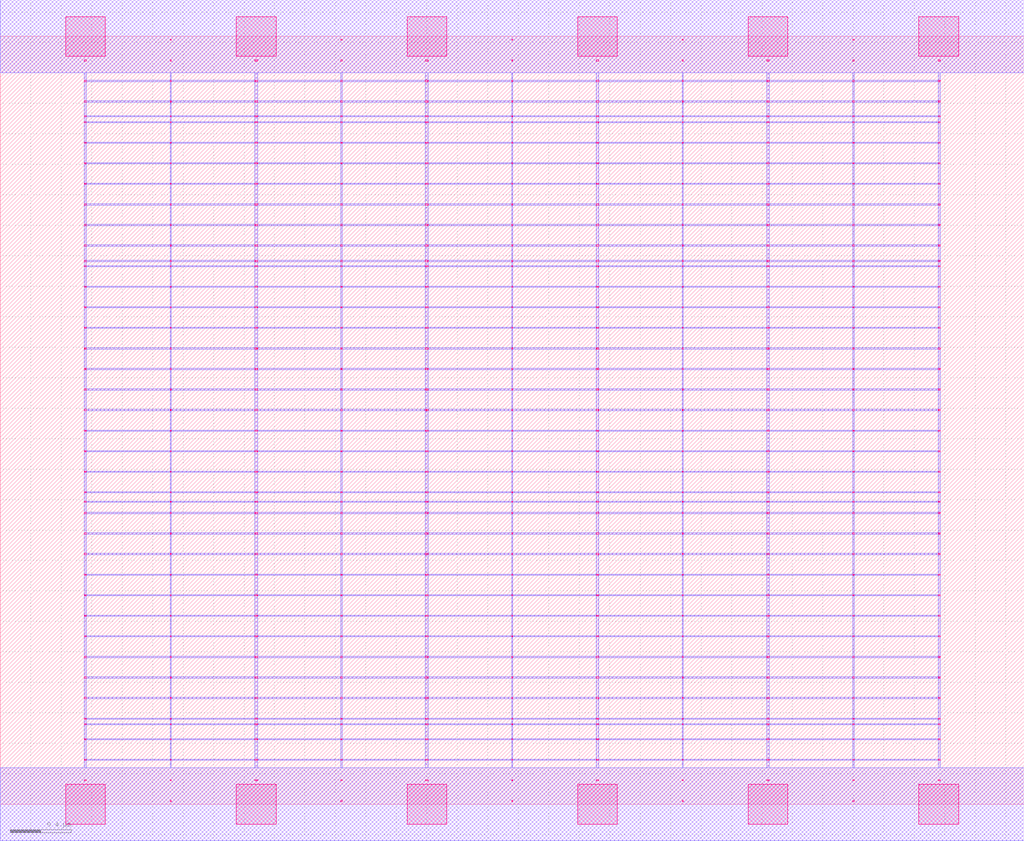
<source format=lef>
MACRO OR4_DEBUG
 CLASS CORE ;
 FOREIGN OR4_DEBUG 0 0 ;
 SIZE 6.72 BY 5.04 ;
 ORIGIN 0 0 ;
 SYMMETRY X Y R90 ;
 SITE unit ;

 OBS
    LAYER polycont ;
     RECT 0.55100000 2.58300000 0.56400000 2.59100000 ;
     RECT 1.11600000 2.58300000 1.12400000 2.59100000 ;
     RECT 1.67100000 2.58300000 1.68900000 2.59100000 ;
     RECT 2.23600000 2.58300000 2.24400000 2.59100000 ;
     RECT 2.79100000 2.58300000 2.80900000 2.59100000 ;
     RECT 3.35600000 2.58300000 3.36400000 2.59100000 ;
     RECT 3.91100000 2.58300000 3.92900000 2.59100000 ;
     RECT 4.47600000 2.58300000 4.48400000 2.59100000 ;
     RECT 5.03100000 2.58300000 5.04900000 2.59100000 ;
     RECT 5.59600000 2.58300000 5.60400000 2.59100000 ;
     RECT 6.15600000 2.58300000 6.16900000 2.59100000 ;
     RECT 0.55100000 2.71800000 0.56400000 2.72600000 ;
     RECT 1.11600000 2.71800000 1.12400000 2.72600000 ;
     RECT 1.67100000 2.71800000 1.68900000 2.72600000 ;
     RECT 2.23600000 2.71800000 2.24400000 2.72600000 ;
     RECT 2.79100000 2.71800000 2.80900000 2.72600000 ;
     RECT 3.35600000 2.71800000 3.36400000 2.72600000 ;
     RECT 3.91100000 2.71800000 3.92900000 2.72600000 ;
     RECT 4.47600000 2.71800000 4.48400000 2.72600000 ;
     RECT 5.03100000 2.71800000 5.04900000 2.72600000 ;
     RECT 5.59600000 2.71800000 5.60400000 2.72600000 ;
     RECT 6.15600000 2.71800000 6.16900000 2.72600000 ;
     RECT 0.55100000 2.85300000 0.56400000 2.86100000 ;
     RECT 1.11600000 2.85300000 1.12400000 2.86100000 ;
     RECT 1.67100000 2.85300000 1.68900000 2.86100000 ;
     RECT 2.23600000 2.85300000 2.24400000 2.86100000 ;
     RECT 2.79100000 2.85300000 2.80900000 2.86100000 ;
     RECT 3.35600000 2.85300000 3.36400000 2.86100000 ;
     RECT 3.91100000 2.85300000 3.92900000 2.86100000 ;
     RECT 4.47600000 2.85300000 4.48400000 2.86100000 ;
     RECT 5.03100000 2.85300000 5.04900000 2.86100000 ;
     RECT 5.59600000 2.85300000 5.60400000 2.86100000 ;
     RECT 6.15600000 2.85300000 6.16900000 2.86100000 ;
     RECT 0.55100000 2.98800000 0.56400000 2.99600000 ;
     RECT 1.11600000 2.98800000 1.12400000 2.99600000 ;
     RECT 1.67100000 2.98800000 1.68900000 2.99600000 ;
     RECT 2.23600000 2.98800000 2.24400000 2.99600000 ;
     RECT 2.79100000 2.98800000 2.80900000 2.99600000 ;
     RECT 3.35600000 2.98800000 3.36400000 2.99600000 ;
     RECT 3.91100000 2.98800000 3.92900000 2.99600000 ;
     RECT 4.47600000 2.98800000 4.48400000 2.99600000 ;
     RECT 5.03100000 2.98800000 5.04900000 2.99600000 ;
     RECT 5.59600000 2.98800000 5.60400000 2.99600000 ;
     RECT 6.15600000 2.98800000 6.16900000 2.99600000 ;

    LAYER pdiffc ;
     RECT 0.55100000 3.39300000 0.55900000 3.40100000 ;
     RECT 6.16100000 3.39300000 6.16900000 3.40100000 ;
     RECT 0.55100000 3.52800000 0.55900000 3.53600000 ;
     RECT 6.16100000 3.52800000 6.16900000 3.53600000 ;
     RECT 0.55100000 3.56100000 0.55900000 3.56900000 ;
     RECT 6.16100000 3.56100000 6.16900000 3.56900000 ;
     RECT 0.55100000 3.66300000 0.55900000 3.67100000 ;
     RECT 6.16100000 3.66300000 6.16900000 3.67100000 ;
     RECT 0.55100000 3.79800000 0.55900000 3.80600000 ;
     RECT 6.16100000 3.79800000 6.16900000 3.80600000 ;
     RECT 0.55100000 3.93300000 0.55900000 3.94100000 ;
     RECT 6.16100000 3.93300000 6.16900000 3.94100000 ;
     RECT 0.55100000 4.06800000 0.55900000 4.07600000 ;
     RECT 6.16100000 4.06800000 6.16900000 4.07600000 ;
     RECT 0.55100000 4.20300000 0.55900000 4.21100000 ;
     RECT 6.16100000 4.20300000 6.16900000 4.21100000 ;
     RECT 0.55100000 4.33800000 0.55900000 4.34600000 ;
     RECT 6.16100000 4.33800000 6.16900000 4.34600000 ;
     RECT 0.55100000 4.47300000 0.55900000 4.48100000 ;
     RECT 6.16100000 4.47300000 6.16900000 4.48100000 ;
     RECT 0.55100000 4.51100000 0.55900000 4.51900000 ;
     RECT 6.16100000 4.51100000 6.16900000 4.51900000 ;
     RECT 0.55100000 4.60800000 0.55900000 4.61600000 ;
     RECT 6.16100000 4.60800000 6.16900000 4.61600000 ;

    LAYER ndiffc ;
     RECT 0.55100000 0.42300000 0.56400000 0.43100000 ;
     RECT 1.67100000 0.42300000 1.68900000 0.43100000 ;
     RECT 2.79100000 0.42300000 2.80900000 0.43100000 ;
     RECT 3.91100000 0.42300000 3.92900000 0.43100000 ;
     RECT 5.03100000 0.42300000 5.04900000 0.43100000 ;
     RECT 6.15600000 0.42300000 6.16900000 0.43100000 ;
     RECT 0.55100000 0.52100000 0.56400000 0.52900000 ;
     RECT 1.67100000 0.52100000 1.68900000 0.52900000 ;
     RECT 2.79100000 0.52100000 2.80900000 0.52900000 ;
     RECT 3.91100000 0.52100000 3.92900000 0.52900000 ;
     RECT 5.03100000 0.52100000 5.04900000 0.52900000 ;
     RECT 6.15600000 0.52100000 6.16900000 0.52900000 ;
     RECT 0.55100000 0.55800000 0.56400000 0.56600000 ;
     RECT 1.67100000 0.55800000 1.68900000 0.56600000 ;
     RECT 2.79100000 0.55800000 2.80900000 0.56600000 ;
     RECT 3.91100000 0.55800000 3.92900000 0.56600000 ;
     RECT 5.03100000 0.55800000 5.04900000 0.56600000 ;
     RECT 6.15600000 0.55800000 6.16900000 0.56600000 ;
     RECT 0.55100000 0.69300000 0.56400000 0.70100000 ;
     RECT 1.67100000 0.69300000 1.68900000 0.70100000 ;
     RECT 2.79100000 0.69300000 2.80900000 0.70100000 ;
     RECT 3.91100000 0.69300000 3.92900000 0.70100000 ;
     RECT 5.03100000 0.69300000 5.04900000 0.70100000 ;
     RECT 6.15600000 0.69300000 6.16900000 0.70100000 ;
     RECT 0.55100000 0.82800000 0.56400000 0.83600000 ;
     RECT 1.67100000 0.82800000 1.68900000 0.83600000 ;
     RECT 2.79100000 0.82800000 2.80900000 0.83600000 ;
     RECT 3.91100000 0.82800000 3.92900000 0.83600000 ;
     RECT 5.03100000 0.82800000 5.04900000 0.83600000 ;
     RECT 6.15600000 0.82800000 6.16900000 0.83600000 ;
     RECT 0.55100000 0.96300000 0.56400000 0.97100000 ;
     RECT 1.67100000 0.96300000 1.68900000 0.97100000 ;
     RECT 2.79100000 0.96300000 2.80900000 0.97100000 ;
     RECT 3.91100000 0.96300000 3.92900000 0.97100000 ;
     RECT 5.03100000 0.96300000 5.04900000 0.97100000 ;
     RECT 6.15600000 0.96300000 6.16900000 0.97100000 ;
     RECT 0.55100000 1.09800000 0.56400000 1.10600000 ;
     RECT 1.67100000 1.09800000 1.68900000 1.10600000 ;
     RECT 2.79100000 1.09800000 2.80900000 1.10600000 ;
     RECT 3.91100000 1.09800000 3.92900000 1.10600000 ;
     RECT 5.03100000 1.09800000 5.04900000 1.10600000 ;
     RECT 6.15600000 1.09800000 6.16900000 1.10600000 ;
     RECT 0.55100000 1.23300000 0.56400000 1.24100000 ;
     RECT 1.67100000 1.23300000 1.68900000 1.24100000 ;
     RECT 2.79100000 1.23300000 2.80900000 1.24100000 ;
     RECT 3.91100000 1.23300000 3.92900000 1.24100000 ;
     RECT 5.03100000 1.23300000 5.04900000 1.24100000 ;
     RECT 6.15600000 1.23300000 6.16900000 1.24100000 ;
     RECT 0.55100000 1.36800000 0.56400000 1.37600000 ;
     RECT 1.67100000 1.36800000 1.68900000 1.37600000 ;
     RECT 2.79100000 1.36800000 2.80900000 1.37600000 ;
     RECT 3.91100000 1.36800000 3.92900000 1.37600000 ;
     RECT 5.03100000 1.36800000 5.04900000 1.37600000 ;
     RECT 6.15600000 1.36800000 6.16900000 1.37600000 ;
     RECT 0.55100000 1.50300000 0.56400000 1.51100000 ;
     RECT 1.67100000 1.50300000 1.68900000 1.51100000 ;
     RECT 2.79100000 1.50300000 2.80900000 1.51100000 ;
     RECT 3.91100000 1.50300000 3.92900000 1.51100000 ;
     RECT 5.03100000 1.50300000 5.04900000 1.51100000 ;
     RECT 6.15600000 1.50300000 6.16900000 1.51100000 ;
     RECT 0.55100000 1.63800000 0.56400000 1.64600000 ;
     RECT 1.67100000 1.63800000 1.68900000 1.64600000 ;
     RECT 2.79100000 1.63800000 2.80900000 1.64600000 ;
     RECT 3.91100000 1.63800000 3.92900000 1.64600000 ;
     RECT 5.03100000 1.63800000 5.04900000 1.64600000 ;
     RECT 6.15600000 1.63800000 6.16900000 1.64600000 ;
     RECT 0.55100000 1.77300000 0.56400000 1.78100000 ;
     RECT 1.67100000 1.77300000 1.68900000 1.78100000 ;
     RECT 2.79100000 1.77300000 2.80900000 1.78100000 ;
     RECT 3.91100000 1.77300000 3.92900000 1.78100000 ;
     RECT 5.03100000 1.77300000 5.04900000 1.78100000 ;
     RECT 6.15600000 1.77300000 6.16900000 1.78100000 ;
     RECT 0.55100000 1.90800000 0.56400000 1.91600000 ;
     RECT 1.67100000 1.90800000 1.68900000 1.91600000 ;
     RECT 2.79100000 1.90800000 2.80900000 1.91600000 ;
     RECT 3.91100000 1.90800000 3.92900000 1.91600000 ;
     RECT 5.03100000 1.90800000 5.04900000 1.91600000 ;
     RECT 6.15600000 1.90800000 6.16900000 1.91600000 ;
     RECT 0.55100000 1.98100000 0.56400000 1.98900000 ;
     RECT 1.67100000 1.98100000 1.68900000 1.98900000 ;
     RECT 2.79100000 1.98100000 2.80900000 1.98900000 ;
     RECT 3.91100000 1.98100000 3.92900000 1.98900000 ;
     RECT 5.03100000 1.98100000 5.04900000 1.98900000 ;
     RECT 6.15600000 1.98100000 6.16900000 1.98900000 ;
     RECT 0.55100000 2.04300000 0.56400000 2.05100000 ;
     RECT 1.67100000 2.04300000 1.68900000 2.05100000 ;
     RECT 2.79100000 2.04300000 2.80900000 2.05100000 ;
     RECT 3.91100000 2.04300000 3.92900000 2.05100000 ;
     RECT 5.03100000 2.04300000 5.04900000 2.05100000 ;
     RECT 6.15600000 2.04300000 6.16900000 2.05100000 ;

    LAYER met1 ;
     RECT 0.00000000 -0.24000000 6.72000000 0.24000000 ;
     RECT 3.35600000 0.24000000 3.36400000 0.28800000 ;
     RECT 0.55100000 0.28800000 6.16900000 0.29600000 ;
     RECT 3.35600000 0.29600000 3.36400000 0.42300000 ;
     RECT 0.55100000 0.42300000 6.16900000 0.43100000 ;
     RECT 3.35600000 0.43100000 3.36400000 0.52100000 ;
     RECT 0.55100000 0.52100000 6.16900000 0.52900000 ;
     RECT 3.35600000 0.52900000 3.36400000 0.55800000 ;
     RECT 0.55100000 0.55800000 6.16900000 0.56600000 ;
     RECT 3.35600000 0.56600000 3.36400000 0.69300000 ;
     RECT 0.55100000 0.69300000 6.16900000 0.70100000 ;
     RECT 3.35600000 0.70100000 3.36400000 0.82800000 ;
     RECT 0.55100000 0.82800000 6.16900000 0.83600000 ;
     RECT 3.35600000 0.83600000 3.36400000 0.96300000 ;
     RECT 0.55100000 0.96300000 6.16900000 0.97100000 ;
     RECT 3.35600000 0.97100000 3.36400000 1.09800000 ;
     RECT 0.55100000 1.09800000 6.16900000 1.10600000 ;
     RECT 3.35600000 1.10600000 3.36400000 1.23300000 ;
     RECT 0.55100000 1.23300000 6.16900000 1.24100000 ;
     RECT 3.35600000 1.24100000 3.36400000 1.36800000 ;
     RECT 0.55100000 1.36800000 6.16900000 1.37600000 ;
     RECT 3.35600000 1.37600000 3.36400000 1.50300000 ;
     RECT 0.55100000 1.50300000 6.16900000 1.51100000 ;
     RECT 3.35600000 1.51100000 3.36400000 1.63800000 ;
     RECT 0.55100000 1.63800000 6.16900000 1.64600000 ;
     RECT 3.35600000 1.64600000 3.36400000 1.77300000 ;
     RECT 0.55100000 1.77300000 6.16900000 1.78100000 ;
     RECT 3.35600000 1.78100000 3.36400000 1.90800000 ;
     RECT 0.55100000 1.90800000 6.16900000 1.91600000 ;
     RECT 3.35600000 1.91600000 3.36400000 1.98100000 ;
     RECT 0.55100000 1.98100000 6.16900000 1.98900000 ;
     RECT 3.35600000 1.98900000 3.36400000 2.04300000 ;
     RECT 0.55100000 2.04300000 6.16900000 2.05100000 ;
     RECT 3.35600000 2.05100000 3.36400000 2.17800000 ;
     RECT 0.55100000 2.17800000 6.16900000 2.18600000 ;
     RECT 3.35600000 2.18600000 3.36400000 2.31300000 ;
     RECT 0.55100000 2.31300000 6.16900000 2.32100000 ;
     RECT 3.35600000 2.32100000 3.36400000 2.44800000 ;
     RECT 0.55100000 2.44800000 6.16900000 2.45600000 ;
     RECT 0.55100000 2.45600000 0.56400000 2.58300000 ;
     RECT 1.11600000 2.45600000 1.12400000 2.58300000 ;
     RECT 1.67100000 2.45600000 1.68900000 2.58300000 ;
     RECT 2.23600000 2.45600000 2.24400000 2.58300000 ;
     RECT 2.79100000 2.45600000 2.80900000 2.58300000 ;
     RECT 3.35600000 2.45600000 3.36400000 2.58300000 ;
     RECT 3.91100000 2.45600000 3.92900000 2.58300000 ;
     RECT 4.47600000 2.45600000 4.48400000 2.58300000 ;
     RECT 5.03100000 2.45600000 5.04900000 2.58300000 ;
     RECT 5.59600000 2.45600000 5.60400000 2.58300000 ;
     RECT 6.15600000 2.45600000 6.16900000 2.58300000 ;
     RECT 0.55100000 2.58300000 6.16900000 2.59100000 ;
     RECT 3.35600000 2.59100000 3.36400000 2.71800000 ;
     RECT 0.55100000 2.71800000 6.16900000 2.72600000 ;
     RECT 3.35600000 2.72600000 3.36400000 2.85300000 ;
     RECT 0.55100000 2.85300000 6.16900000 2.86100000 ;
     RECT 3.35600000 2.86100000 3.36400000 2.98800000 ;
     RECT 0.55100000 2.98800000 6.16900000 2.99600000 ;
     RECT 3.35600000 2.99600000 3.36400000 3.12300000 ;
     RECT 0.55100000 3.12300000 6.16900000 3.13100000 ;
     RECT 3.35600000 3.13100000 3.36400000 3.25800000 ;
     RECT 0.55100000 3.25800000 6.16900000 3.26600000 ;
     RECT 3.35600000 3.26600000 3.36400000 3.39300000 ;
     RECT 0.55100000 3.39300000 6.16900000 3.40100000 ;
     RECT 3.35600000 3.40100000 3.36400000 3.52800000 ;
     RECT 0.55100000 3.52800000 6.16900000 3.53600000 ;
     RECT 3.35600000 3.53600000 3.36400000 3.56100000 ;
     RECT 0.55100000 3.56100000 6.16900000 3.56900000 ;
     RECT 3.35600000 3.56900000 3.36400000 3.66300000 ;
     RECT 0.55100000 3.66300000 6.16900000 3.67100000 ;
     RECT 3.35600000 3.67100000 3.36400000 3.79800000 ;
     RECT 0.55100000 3.79800000 6.16900000 3.80600000 ;
     RECT 3.35600000 3.80600000 3.36400000 3.93300000 ;
     RECT 0.55100000 3.93300000 6.16900000 3.94100000 ;
     RECT 3.35600000 3.94100000 3.36400000 4.06800000 ;
     RECT 0.55100000 4.06800000 6.16900000 4.07600000 ;
     RECT 3.35600000 4.07600000 3.36400000 4.20300000 ;
     RECT 0.55100000 4.20300000 6.16900000 4.21100000 ;
     RECT 3.35600000 4.21100000 3.36400000 4.33800000 ;
     RECT 0.55100000 4.33800000 6.16900000 4.34600000 ;
     RECT 3.35600000 4.34600000 3.36400000 4.47300000 ;
     RECT 0.55100000 4.47300000 6.16900000 4.48100000 ;
     RECT 3.35600000 4.48100000 3.36400000 4.51100000 ;
     RECT 0.55100000 4.51100000 6.16900000 4.51900000 ;
     RECT 3.35600000 4.51900000 3.36400000 4.60800000 ;
     RECT 0.55100000 4.60800000 6.16900000 4.61600000 ;
     RECT 3.35600000 4.61600000 3.36400000 4.74300000 ;
     RECT 0.55100000 4.74300000 6.16900000 4.75100000 ;
     RECT 3.35600000 4.75100000 3.36400000 4.80000000 ;
     RECT 0.00000000 4.80000000 6.72000000 5.28000000 ;
     RECT 5.03100000 3.26600000 5.04900000 3.39300000 ;
     RECT 5.59600000 3.26600000 5.60400000 3.39300000 ;
     RECT 6.15600000 3.26600000 6.16900000 3.39300000 ;
     RECT 5.59600000 2.72600000 5.60400000 2.85300000 ;
     RECT 6.15600000 2.72600000 6.16900000 2.85300000 ;
     RECT 3.91100000 3.40100000 3.92900000 3.52800000 ;
     RECT 4.47600000 3.40100000 4.48400000 3.52800000 ;
     RECT 5.03100000 3.40100000 5.04900000 3.52800000 ;
     RECT 5.59600000 3.40100000 5.60400000 3.52800000 ;
     RECT 6.15600000 3.40100000 6.16900000 3.52800000 ;
     RECT 5.03100000 2.59100000 5.04900000 2.71800000 ;
     RECT 5.59600000 2.59100000 5.60400000 2.71800000 ;
     RECT 3.91100000 3.53600000 3.92900000 3.56100000 ;
     RECT 4.47600000 3.53600000 4.48400000 3.56100000 ;
     RECT 5.03100000 3.53600000 5.04900000 3.56100000 ;
     RECT 5.59600000 3.53600000 5.60400000 3.56100000 ;
     RECT 6.15600000 3.53600000 6.16900000 3.56100000 ;
     RECT 3.91100000 2.86100000 3.92900000 2.98800000 ;
     RECT 4.47600000 2.86100000 4.48400000 2.98800000 ;
     RECT 3.91100000 3.56900000 3.92900000 3.66300000 ;
     RECT 4.47600000 3.56900000 4.48400000 3.66300000 ;
     RECT 5.03100000 3.56900000 5.04900000 3.66300000 ;
     RECT 5.59600000 3.56900000 5.60400000 3.66300000 ;
     RECT 6.15600000 3.56900000 6.16900000 3.66300000 ;
     RECT 5.03100000 2.86100000 5.04900000 2.98800000 ;
     RECT 5.59600000 2.86100000 5.60400000 2.98800000 ;
     RECT 3.91100000 3.67100000 3.92900000 3.79800000 ;
     RECT 4.47600000 3.67100000 4.48400000 3.79800000 ;
     RECT 5.03100000 3.67100000 5.04900000 3.79800000 ;
     RECT 5.59600000 3.67100000 5.60400000 3.79800000 ;
     RECT 6.15600000 3.67100000 6.16900000 3.79800000 ;
     RECT 6.15600000 2.86100000 6.16900000 2.98800000 ;
     RECT 6.15600000 2.59100000 6.16900000 2.71800000 ;
     RECT 3.91100000 3.80600000 3.92900000 3.93300000 ;
     RECT 4.47600000 3.80600000 4.48400000 3.93300000 ;
     RECT 5.03100000 3.80600000 5.04900000 3.93300000 ;
     RECT 5.59600000 3.80600000 5.60400000 3.93300000 ;
     RECT 6.15600000 3.80600000 6.16900000 3.93300000 ;
     RECT 3.91100000 2.59100000 3.92900000 2.71800000 ;
     RECT 3.91100000 2.99600000 3.92900000 3.12300000 ;
     RECT 3.91100000 3.94100000 3.92900000 4.06800000 ;
     RECT 4.47600000 3.94100000 4.48400000 4.06800000 ;
     RECT 5.03100000 3.94100000 5.04900000 4.06800000 ;
     RECT 5.59600000 3.94100000 5.60400000 4.06800000 ;
     RECT 6.15600000 3.94100000 6.16900000 4.06800000 ;
     RECT 4.47600000 2.99600000 4.48400000 3.12300000 ;
     RECT 5.03100000 2.99600000 5.04900000 3.12300000 ;
     RECT 3.91100000 4.07600000 3.92900000 4.20300000 ;
     RECT 4.47600000 4.07600000 4.48400000 4.20300000 ;
     RECT 5.03100000 4.07600000 5.04900000 4.20300000 ;
     RECT 5.59600000 4.07600000 5.60400000 4.20300000 ;
     RECT 6.15600000 4.07600000 6.16900000 4.20300000 ;
     RECT 5.59600000 2.99600000 5.60400000 3.12300000 ;
     RECT 6.15600000 2.99600000 6.16900000 3.12300000 ;
     RECT 3.91100000 4.21100000 3.92900000 4.33800000 ;
     RECT 4.47600000 4.21100000 4.48400000 4.33800000 ;
     RECT 5.03100000 4.21100000 5.04900000 4.33800000 ;
     RECT 5.59600000 4.21100000 5.60400000 4.33800000 ;
     RECT 6.15600000 4.21100000 6.16900000 4.33800000 ;
     RECT 4.47600000 2.59100000 4.48400000 2.71800000 ;
     RECT 3.91100000 2.72600000 3.92900000 2.85300000 ;
     RECT 3.91100000 4.34600000 3.92900000 4.47300000 ;
     RECT 4.47600000 4.34600000 4.48400000 4.47300000 ;
     RECT 5.03100000 4.34600000 5.04900000 4.47300000 ;
     RECT 5.59600000 4.34600000 5.60400000 4.47300000 ;
     RECT 6.15600000 4.34600000 6.16900000 4.47300000 ;
     RECT 3.91100000 3.13100000 3.92900000 3.25800000 ;
     RECT 4.47600000 3.13100000 4.48400000 3.25800000 ;
     RECT 3.91100000 4.48100000 3.92900000 4.51100000 ;
     RECT 4.47600000 4.48100000 4.48400000 4.51100000 ;
     RECT 5.03100000 4.48100000 5.04900000 4.51100000 ;
     RECT 5.59600000 4.48100000 5.60400000 4.51100000 ;
     RECT 6.15600000 4.48100000 6.16900000 4.51100000 ;
     RECT 5.03100000 3.13100000 5.04900000 3.25800000 ;
     RECT 5.59600000 3.13100000 5.60400000 3.25800000 ;
     RECT 3.91100000 4.51900000 3.92900000 4.60800000 ;
     RECT 4.47600000 4.51900000 4.48400000 4.60800000 ;
     RECT 5.03100000 4.51900000 5.04900000 4.60800000 ;
     RECT 5.59600000 4.51900000 5.60400000 4.60800000 ;
     RECT 6.15600000 4.51900000 6.16900000 4.60800000 ;
     RECT 6.15600000 3.13100000 6.16900000 3.25800000 ;
     RECT 4.47600000 2.72600000 4.48400000 2.85300000 ;
     RECT 3.91100000 4.61600000 3.92900000 4.74300000 ;
     RECT 4.47600000 4.61600000 4.48400000 4.74300000 ;
     RECT 5.03100000 4.61600000 5.04900000 4.74300000 ;
     RECT 5.59600000 4.61600000 5.60400000 4.74300000 ;
     RECT 6.15600000 4.61600000 6.16900000 4.74300000 ;
     RECT 5.03100000 2.72600000 5.04900000 2.85300000 ;
     RECT 3.91100000 3.26600000 3.92900000 3.39300000 ;
     RECT 3.91100000 4.75100000 3.92900000 4.80000000 ;
     RECT 4.47600000 4.75100000 4.48400000 4.80000000 ;
     RECT 5.03100000 4.75100000 5.04900000 4.80000000 ;
     RECT 5.59600000 4.75100000 5.60400000 4.80000000 ;
     RECT 6.15600000 4.75100000 6.16900000 4.80000000 ;
     RECT 4.47600000 3.26600000 4.48400000 3.39300000 ;
     RECT 1.11600000 3.94100000 1.12400000 4.06800000 ;
     RECT 1.67100000 3.94100000 1.68900000 4.06800000 ;
     RECT 2.23600000 3.94100000 2.24400000 4.06800000 ;
     RECT 2.79100000 3.94100000 2.80900000 4.06800000 ;
     RECT 0.55100000 2.72600000 0.56400000 2.85300000 ;
     RECT 1.11600000 2.72600000 1.12400000 2.85300000 ;
     RECT 0.55100000 2.86100000 0.56400000 2.98800000 ;
     RECT 1.11600000 2.86100000 1.12400000 2.98800000 ;
     RECT 1.67100000 2.86100000 1.68900000 2.98800000 ;
     RECT 2.23600000 2.86100000 2.24400000 2.98800000 ;
     RECT 0.55100000 3.13100000 0.56400000 3.25800000 ;
     RECT 0.55100000 4.07600000 0.56400000 4.20300000 ;
     RECT 1.11600000 4.07600000 1.12400000 4.20300000 ;
     RECT 1.67100000 4.07600000 1.68900000 4.20300000 ;
     RECT 2.23600000 4.07600000 2.24400000 4.20300000 ;
     RECT 2.79100000 4.07600000 2.80900000 4.20300000 ;
     RECT 0.55100000 3.53600000 0.56400000 3.56100000 ;
     RECT 1.11600000 3.53600000 1.12400000 3.56100000 ;
     RECT 1.67100000 3.53600000 1.68900000 3.56100000 ;
     RECT 2.23600000 3.53600000 2.24400000 3.56100000 ;
     RECT 2.79100000 3.53600000 2.80900000 3.56100000 ;
     RECT 1.11600000 3.13100000 1.12400000 3.25800000 ;
     RECT 1.67100000 3.13100000 1.68900000 3.25800000 ;
     RECT 0.55100000 4.21100000 0.56400000 4.33800000 ;
     RECT 1.11600000 4.21100000 1.12400000 4.33800000 ;
     RECT 1.67100000 4.21100000 1.68900000 4.33800000 ;
     RECT 2.23600000 4.21100000 2.24400000 4.33800000 ;
     RECT 2.79100000 4.21100000 2.80900000 4.33800000 ;
     RECT 2.23600000 3.13100000 2.24400000 3.25800000 ;
     RECT 2.79100000 3.13100000 2.80900000 3.25800000 ;
     RECT 2.79100000 2.86100000 2.80900000 2.98800000 ;
     RECT 1.67100000 2.72600000 1.68900000 2.85300000 ;
     RECT 2.23600000 2.72600000 2.24400000 2.85300000 ;
     RECT 0.55100000 3.56900000 0.56400000 3.66300000 ;
     RECT 1.11600000 3.56900000 1.12400000 3.66300000 ;
     RECT 0.55100000 4.34600000 0.56400000 4.47300000 ;
     RECT 1.11600000 4.34600000 1.12400000 4.47300000 ;
     RECT 1.67100000 4.34600000 1.68900000 4.47300000 ;
     RECT 2.23600000 4.34600000 2.24400000 4.47300000 ;
     RECT 2.79100000 4.34600000 2.80900000 4.47300000 ;
     RECT 1.67100000 3.56900000 1.68900000 3.66300000 ;
     RECT 2.23600000 3.56900000 2.24400000 3.66300000 ;
     RECT 2.79100000 3.56900000 2.80900000 3.66300000 ;
     RECT 2.79100000 2.72600000 2.80900000 2.85300000 ;
     RECT 1.67100000 2.59100000 1.68900000 2.71800000 ;
     RECT 2.23600000 2.59100000 2.24400000 2.71800000 ;
     RECT 2.79100000 2.59100000 2.80900000 2.71800000 ;
     RECT 0.55100000 4.48100000 0.56400000 4.51100000 ;
     RECT 1.11600000 4.48100000 1.12400000 4.51100000 ;
     RECT 1.67100000 4.48100000 1.68900000 4.51100000 ;
     RECT 2.23600000 4.48100000 2.24400000 4.51100000 ;
     RECT 2.79100000 4.48100000 2.80900000 4.51100000 ;
     RECT 0.55100000 3.26600000 0.56400000 3.39300000 ;
     RECT 1.11600000 3.26600000 1.12400000 3.39300000 ;
     RECT 1.67100000 3.26600000 1.68900000 3.39300000 ;
     RECT 0.55100000 3.67100000 0.56400000 3.79800000 ;
     RECT 1.11600000 3.67100000 1.12400000 3.79800000 ;
     RECT 1.67100000 3.67100000 1.68900000 3.79800000 ;
     RECT 2.23600000 3.67100000 2.24400000 3.79800000 ;
     RECT 0.55100000 4.51900000 0.56400000 4.60800000 ;
     RECT 1.11600000 4.51900000 1.12400000 4.60800000 ;
     RECT 1.67100000 4.51900000 1.68900000 4.60800000 ;
     RECT 2.23600000 4.51900000 2.24400000 4.60800000 ;
     RECT 2.79100000 4.51900000 2.80900000 4.60800000 ;
     RECT 2.79100000 3.67100000 2.80900000 3.79800000 ;
     RECT 2.23600000 3.26600000 2.24400000 3.39300000 ;
     RECT 2.79100000 3.26600000 2.80900000 3.39300000 ;
     RECT 0.55100000 2.59100000 0.56400000 2.71800000 ;
     RECT 0.55100000 2.99600000 0.56400000 3.12300000 ;
     RECT 1.11600000 2.99600000 1.12400000 3.12300000 ;
     RECT 1.67100000 2.99600000 1.68900000 3.12300000 ;
     RECT 0.55100000 4.61600000 0.56400000 4.74300000 ;
     RECT 1.11600000 4.61600000 1.12400000 4.74300000 ;
     RECT 1.67100000 4.61600000 1.68900000 4.74300000 ;
     RECT 2.23600000 4.61600000 2.24400000 4.74300000 ;
     RECT 2.79100000 4.61600000 2.80900000 4.74300000 ;
     RECT 2.23600000 2.99600000 2.24400000 3.12300000 ;
     RECT 0.55100000 3.80600000 0.56400000 3.93300000 ;
     RECT 1.11600000 3.80600000 1.12400000 3.93300000 ;
     RECT 1.67100000 3.80600000 1.68900000 3.93300000 ;
     RECT 2.23600000 3.80600000 2.24400000 3.93300000 ;
     RECT 2.79100000 3.80600000 2.80900000 3.93300000 ;
     RECT 2.79100000 2.99600000 2.80900000 3.12300000 ;
     RECT 0.55100000 4.75100000 0.56400000 4.80000000 ;
     RECT 1.11600000 4.75100000 1.12400000 4.80000000 ;
     RECT 1.67100000 4.75100000 1.68900000 4.80000000 ;
     RECT 2.23600000 4.75100000 2.24400000 4.80000000 ;
     RECT 2.79100000 4.75100000 2.80900000 4.80000000 ;
     RECT 1.11600000 2.59100000 1.12400000 2.71800000 ;
     RECT 0.55100000 3.40100000 0.56400000 3.52800000 ;
     RECT 1.11600000 3.40100000 1.12400000 3.52800000 ;
     RECT 1.67100000 3.40100000 1.68900000 3.52800000 ;
     RECT 2.23600000 3.40100000 2.24400000 3.52800000 ;
     RECT 2.79100000 3.40100000 2.80900000 3.52800000 ;
     RECT 0.55100000 3.94100000 0.56400000 4.06800000 ;
     RECT 2.79100000 1.64600000 2.80900000 1.77300000 ;
     RECT 2.23600000 0.52900000 2.24400000 0.55800000 ;
     RECT 2.79100000 0.52900000 2.80900000 0.55800000 ;
     RECT 0.55100000 1.78100000 0.56400000 1.90800000 ;
     RECT 1.11600000 1.78100000 1.12400000 1.90800000 ;
     RECT 1.67100000 1.78100000 1.68900000 1.90800000 ;
     RECT 2.23600000 1.78100000 2.24400000 1.90800000 ;
     RECT 2.79100000 1.78100000 2.80900000 1.90800000 ;
     RECT 1.11600000 0.24000000 1.12400000 0.28800000 ;
     RECT 0.55100000 0.29600000 0.56400000 0.42300000 ;
     RECT 0.55100000 1.91600000 0.56400000 1.98100000 ;
     RECT 1.11600000 1.91600000 1.12400000 1.98100000 ;
     RECT 1.67100000 1.91600000 1.68900000 1.98100000 ;
     RECT 2.23600000 1.91600000 2.24400000 1.98100000 ;
     RECT 2.79100000 1.91600000 2.80900000 1.98100000 ;
     RECT 0.55100000 0.56600000 0.56400000 0.69300000 ;
     RECT 1.11600000 0.56600000 1.12400000 0.69300000 ;
     RECT 0.55100000 1.98900000 0.56400000 2.04300000 ;
     RECT 1.11600000 1.98900000 1.12400000 2.04300000 ;
     RECT 1.67100000 1.98900000 1.68900000 2.04300000 ;
     RECT 2.23600000 1.98900000 2.24400000 2.04300000 ;
     RECT 2.79100000 1.98900000 2.80900000 2.04300000 ;
     RECT 1.67100000 0.56600000 1.68900000 0.69300000 ;
     RECT 2.23600000 0.56600000 2.24400000 0.69300000 ;
     RECT 0.55100000 2.05100000 0.56400000 2.17800000 ;
     RECT 1.11600000 2.05100000 1.12400000 2.17800000 ;
     RECT 1.67100000 2.05100000 1.68900000 2.17800000 ;
     RECT 2.23600000 2.05100000 2.24400000 2.17800000 ;
     RECT 2.79100000 2.05100000 2.80900000 2.17800000 ;
     RECT 2.79100000 0.56600000 2.80900000 0.69300000 ;
     RECT 1.11600000 0.29600000 1.12400000 0.42300000 ;
     RECT 0.55100000 2.18600000 0.56400000 2.31300000 ;
     RECT 1.11600000 2.18600000 1.12400000 2.31300000 ;
     RECT 1.67100000 2.18600000 1.68900000 2.31300000 ;
     RECT 2.23600000 2.18600000 2.24400000 2.31300000 ;
     RECT 2.79100000 2.18600000 2.80900000 2.31300000 ;
     RECT 1.67100000 0.29600000 1.68900000 0.42300000 ;
     RECT 0.55100000 0.70100000 0.56400000 0.82800000 ;
     RECT 0.55100000 2.32100000 0.56400000 2.44800000 ;
     RECT 1.11600000 2.32100000 1.12400000 2.44800000 ;
     RECT 1.67100000 2.32100000 1.68900000 2.44800000 ;
     RECT 2.23600000 2.32100000 2.24400000 2.44800000 ;
     RECT 2.79100000 2.32100000 2.80900000 2.44800000 ;
     RECT 1.11600000 0.70100000 1.12400000 0.82800000 ;
     RECT 1.67100000 0.70100000 1.68900000 0.82800000 ;
     RECT 2.23600000 0.70100000 2.24400000 0.82800000 ;
     RECT 2.79100000 0.70100000 2.80900000 0.82800000 ;
     RECT 2.23600000 0.29600000 2.24400000 0.42300000 ;
     RECT 2.79100000 0.29600000 2.80900000 0.42300000 ;
     RECT 0.55100000 0.83600000 0.56400000 0.96300000 ;
     RECT 1.11600000 0.83600000 1.12400000 0.96300000 ;
     RECT 1.67100000 0.83600000 1.68900000 0.96300000 ;
     RECT 2.23600000 0.83600000 2.24400000 0.96300000 ;
     RECT 2.79100000 0.83600000 2.80900000 0.96300000 ;
     RECT 1.67100000 0.24000000 1.68900000 0.28800000 ;
     RECT 2.23600000 0.24000000 2.24400000 0.28800000 ;
     RECT 0.55100000 0.97100000 0.56400000 1.09800000 ;
     RECT 1.11600000 0.97100000 1.12400000 1.09800000 ;
     RECT 1.67100000 0.97100000 1.68900000 1.09800000 ;
     RECT 2.23600000 0.97100000 2.24400000 1.09800000 ;
     RECT 2.79100000 0.97100000 2.80900000 1.09800000 ;
     RECT 0.55100000 0.43100000 0.56400000 0.52100000 ;
     RECT 1.11600000 0.43100000 1.12400000 0.52100000 ;
     RECT 0.55100000 1.10600000 0.56400000 1.23300000 ;
     RECT 1.11600000 1.10600000 1.12400000 1.23300000 ;
     RECT 1.67100000 1.10600000 1.68900000 1.23300000 ;
     RECT 2.23600000 1.10600000 2.24400000 1.23300000 ;
     RECT 2.79100000 1.10600000 2.80900000 1.23300000 ;
     RECT 1.67100000 0.43100000 1.68900000 0.52100000 ;
     RECT 2.23600000 0.43100000 2.24400000 0.52100000 ;
     RECT 0.55100000 1.24100000 0.56400000 1.36800000 ;
     RECT 1.11600000 1.24100000 1.12400000 1.36800000 ;
     RECT 1.67100000 1.24100000 1.68900000 1.36800000 ;
     RECT 2.23600000 1.24100000 2.24400000 1.36800000 ;
     RECT 2.79100000 1.24100000 2.80900000 1.36800000 ;
     RECT 2.79100000 0.43100000 2.80900000 0.52100000 ;
     RECT 2.79100000 0.24000000 2.80900000 0.28800000 ;
     RECT 0.55100000 1.37600000 0.56400000 1.50300000 ;
     RECT 1.11600000 1.37600000 1.12400000 1.50300000 ;
     RECT 1.67100000 1.37600000 1.68900000 1.50300000 ;
     RECT 2.23600000 1.37600000 2.24400000 1.50300000 ;
     RECT 2.79100000 1.37600000 2.80900000 1.50300000 ;
     RECT 0.55100000 0.24000000 0.56400000 0.28800000 ;
     RECT 0.55100000 0.52900000 0.56400000 0.55800000 ;
     RECT 0.55100000 1.51100000 0.56400000 1.63800000 ;
     RECT 1.11600000 1.51100000 1.12400000 1.63800000 ;
     RECT 1.67100000 1.51100000 1.68900000 1.63800000 ;
     RECT 2.23600000 1.51100000 2.24400000 1.63800000 ;
     RECT 2.79100000 1.51100000 2.80900000 1.63800000 ;
     RECT 1.11600000 0.52900000 1.12400000 0.55800000 ;
     RECT 1.67100000 0.52900000 1.68900000 0.55800000 ;
     RECT 0.55100000 1.64600000 0.56400000 1.77300000 ;
     RECT 1.11600000 1.64600000 1.12400000 1.77300000 ;
     RECT 1.67100000 1.64600000 1.68900000 1.77300000 ;
     RECT 2.23600000 1.64600000 2.24400000 1.77300000 ;
     RECT 5.03100000 0.24000000 5.04900000 0.28800000 ;
     RECT 5.59600000 0.24000000 5.60400000 0.28800000 ;
     RECT 6.15600000 0.24000000 6.16900000 0.28800000 ;
     RECT 3.91100000 1.98900000 3.92900000 2.04300000 ;
     RECT 4.47600000 1.98900000 4.48400000 2.04300000 ;
     RECT 5.03100000 1.98900000 5.04900000 2.04300000 ;
     RECT 5.59600000 1.98900000 5.60400000 2.04300000 ;
     RECT 6.15600000 1.98900000 6.16900000 2.04300000 ;
     RECT 3.91100000 0.70100000 3.92900000 0.82800000 ;
     RECT 4.47600000 0.70100000 4.48400000 0.82800000 ;
     RECT 5.03100000 0.70100000 5.04900000 0.82800000 ;
     RECT 3.91100000 1.24100000 3.92900000 1.36800000 ;
     RECT 4.47600000 1.24100000 4.48400000 1.36800000 ;
     RECT 5.03100000 1.24100000 5.04900000 1.36800000 ;
     RECT 5.59600000 1.24100000 5.60400000 1.36800000 ;
     RECT 3.91100000 2.05100000 3.92900000 2.17800000 ;
     RECT 4.47600000 2.05100000 4.48400000 2.17800000 ;
     RECT 5.03100000 2.05100000 5.04900000 2.17800000 ;
     RECT 5.59600000 2.05100000 5.60400000 2.17800000 ;
     RECT 6.15600000 2.05100000 6.16900000 2.17800000 ;
     RECT 6.15600000 1.24100000 6.16900000 1.36800000 ;
     RECT 5.59600000 0.70100000 5.60400000 0.82800000 ;
     RECT 6.15600000 0.70100000 6.16900000 0.82800000 ;
     RECT 3.91100000 0.24000000 3.92900000 0.28800000 ;
     RECT 3.91100000 0.52900000 3.92900000 0.55800000 ;
     RECT 4.47600000 0.52900000 4.48400000 0.55800000 ;
     RECT 5.03100000 0.52900000 5.04900000 0.55800000 ;
     RECT 3.91100000 2.18600000 3.92900000 2.31300000 ;
     RECT 4.47600000 2.18600000 4.48400000 2.31300000 ;
     RECT 5.03100000 2.18600000 5.04900000 2.31300000 ;
     RECT 5.59600000 2.18600000 5.60400000 2.31300000 ;
     RECT 6.15600000 2.18600000 6.16900000 2.31300000 ;
     RECT 5.59600000 0.52900000 5.60400000 0.55800000 ;
     RECT 3.91100000 1.37600000 3.92900000 1.50300000 ;
     RECT 4.47600000 1.37600000 4.48400000 1.50300000 ;
     RECT 5.03100000 1.37600000 5.04900000 1.50300000 ;
     RECT 5.59600000 1.37600000 5.60400000 1.50300000 ;
     RECT 6.15600000 1.37600000 6.16900000 1.50300000 ;
     RECT 6.15600000 0.52900000 6.16900000 0.55800000 ;
     RECT 3.91100000 2.32100000 3.92900000 2.44800000 ;
     RECT 4.47600000 2.32100000 4.48400000 2.44800000 ;
     RECT 5.03100000 2.32100000 5.04900000 2.44800000 ;
     RECT 5.59600000 2.32100000 5.60400000 2.44800000 ;
     RECT 6.15600000 2.32100000 6.16900000 2.44800000 ;
     RECT 4.47600000 0.24000000 4.48400000 0.28800000 ;
     RECT 3.91100000 0.83600000 3.92900000 0.96300000 ;
     RECT 4.47600000 0.83600000 4.48400000 0.96300000 ;
     RECT 5.03100000 0.83600000 5.04900000 0.96300000 ;
     RECT 5.59600000 0.83600000 5.60400000 0.96300000 ;
     RECT 6.15600000 0.83600000 6.16900000 0.96300000 ;
     RECT 3.91100000 1.51100000 3.92900000 1.63800000 ;
     RECT 4.47600000 1.51100000 4.48400000 1.63800000 ;
     RECT 5.03100000 1.51100000 5.04900000 1.63800000 ;
     RECT 5.59600000 1.51100000 5.60400000 1.63800000 ;
     RECT 6.15600000 1.51100000 6.16900000 1.63800000 ;
     RECT 3.91100000 0.29600000 3.92900000 0.42300000 ;
     RECT 4.47600000 0.29600000 4.48400000 0.42300000 ;
     RECT 3.91100000 0.43100000 3.92900000 0.52100000 ;
     RECT 4.47600000 0.43100000 4.48400000 0.52100000 ;
     RECT 5.03100000 0.43100000 5.04900000 0.52100000 ;
     RECT 5.59600000 0.43100000 5.60400000 0.52100000 ;
     RECT 3.91100000 0.56600000 3.92900000 0.69300000 ;
     RECT 3.91100000 1.64600000 3.92900000 1.77300000 ;
     RECT 4.47600000 1.64600000 4.48400000 1.77300000 ;
     RECT 5.03100000 1.64600000 5.04900000 1.77300000 ;
     RECT 5.59600000 1.64600000 5.60400000 1.77300000 ;
     RECT 6.15600000 1.64600000 6.16900000 1.77300000 ;
     RECT 3.91100000 0.97100000 3.92900000 1.09800000 ;
     RECT 4.47600000 0.97100000 4.48400000 1.09800000 ;
     RECT 5.03100000 0.97100000 5.04900000 1.09800000 ;
     RECT 5.59600000 0.97100000 5.60400000 1.09800000 ;
     RECT 6.15600000 0.97100000 6.16900000 1.09800000 ;
     RECT 4.47600000 0.56600000 4.48400000 0.69300000 ;
     RECT 5.03100000 0.56600000 5.04900000 0.69300000 ;
     RECT 3.91100000 1.78100000 3.92900000 1.90800000 ;
     RECT 4.47600000 1.78100000 4.48400000 1.90800000 ;
     RECT 5.03100000 1.78100000 5.04900000 1.90800000 ;
     RECT 5.59600000 1.78100000 5.60400000 1.90800000 ;
     RECT 6.15600000 1.78100000 6.16900000 1.90800000 ;
     RECT 5.59600000 0.56600000 5.60400000 0.69300000 ;
     RECT 6.15600000 0.56600000 6.16900000 0.69300000 ;
     RECT 6.15600000 0.43100000 6.16900000 0.52100000 ;
     RECT 5.03100000 0.29600000 5.04900000 0.42300000 ;
     RECT 5.59600000 0.29600000 5.60400000 0.42300000 ;
     RECT 3.91100000 1.10600000 3.92900000 1.23300000 ;
     RECT 4.47600000 1.10600000 4.48400000 1.23300000 ;
     RECT 3.91100000 1.91600000 3.92900000 1.98100000 ;
     RECT 4.47600000 1.91600000 4.48400000 1.98100000 ;
     RECT 5.03100000 1.91600000 5.04900000 1.98100000 ;
     RECT 5.59600000 1.91600000 5.60400000 1.98100000 ;
     RECT 6.15600000 1.91600000 6.16900000 1.98100000 ;
     RECT 5.03100000 1.10600000 5.04900000 1.23300000 ;
     RECT 5.59600000 1.10600000 5.60400000 1.23300000 ;
     RECT 6.15600000 1.10600000 6.16900000 1.23300000 ;
     RECT 6.15600000 0.29600000 6.16900000 0.42300000 ;

    LAYER via1 ;
     RECT 3.35600000 0.01800000 3.36400000 0.02600000 ;
     RECT 3.35600000 0.15300000 3.36400000 0.16100000 ;
     RECT 3.35600000 0.28800000 3.36400000 0.29600000 ;
     RECT 3.35600000 0.42300000 3.36400000 0.43100000 ;
     RECT 3.35600000 0.52100000 3.36400000 0.52900000 ;
     RECT 3.35600000 0.55800000 3.36400000 0.56600000 ;
     RECT 3.35600000 0.69300000 3.36400000 0.70100000 ;
     RECT 3.35600000 0.82800000 3.36400000 0.83600000 ;
     RECT 3.35600000 0.96300000 3.36400000 0.97100000 ;
     RECT 3.35600000 1.09800000 3.36400000 1.10600000 ;
     RECT 3.35600000 1.23300000 3.36400000 1.24100000 ;
     RECT 3.35600000 1.36800000 3.36400000 1.37600000 ;
     RECT 3.35600000 1.50300000 3.36400000 1.51100000 ;
     RECT 3.35600000 1.63800000 3.36400000 1.64600000 ;
     RECT 3.35600000 1.77300000 3.36400000 1.78100000 ;
     RECT 3.35600000 1.90800000 3.36400000 1.91600000 ;
     RECT 3.35600000 1.98100000 3.36400000 1.98900000 ;
     RECT 3.35600000 2.04300000 3.36400000 2.05100000 ;
     RECT 3.35600000 2.17800000 3.36400000 2.18600000 ;
     RECT 3.35600000 2.31300000 3.36400000 2.32100000 ;
     RECT 3.35600000 2.44800000 3.36400000 2.45600000 ;
     RECT 3.35600000 2.58300000 3.36400000 2.59100000 ;
     RECT 3.35600000 2.71800000 3.36400000 2.72600000 ;
     RECT 3.35600000 2.85300000 3.36400000 2.86100000 ;
     RECT 3.35600000 2.98800000 3.36400000 2.99600000 ;
     RECT 3.35600000 3.12300000 3.36400000 3.13100000 ;
     RECT 3.35600000 3.25800000 3.36400000 3.26600000 ;
     RECT 3.35600000 3.39300000 3.36400000 3.40100000 ;
     RECT 3.35600000 3.52800000 3.36400000 3.53600000 ;
     RECT 3.35600000 3.56100000 3.36400000 3.56900000 ;
     RECT 3.35600000 3.66300000 3.36400000 3.67100000 ;
     RECT 3.35600000 3.79800000 3.36400000 3.80600000 ;
     RECT 3.35600000 3.93300000 3.36400000 3.94100000 ;
     RECT 3.35600000 4.06800000 3.36400000 4.07600000 ;
     RECT 3.35600000 4.20300000 3.36400000 4.21100000 ;
     RECT 3.35600000 4.33800000 3.36400000 4.34600000 ;
     RECT 3.35600000 4.47300000 3.36400000 4.48100000 ;
     RECT 3.35600000 4.51100000 3.36400000 4.51900000 ;
     RECT 3.35600000 4.60800000 3.36400000 4.61600000 ;
     RECT 3.35600000 4.74300000 3.36400000 4.75100000 ;
     RECT 3.35600000 4.87800000 3.36400000 4.88600000 ;
     RECT 3.35600000 5.01300000 3.36400000 5.02100000 ;
     RECT 5.03100000 3.93300000 5.04900000 3.94100000 ;
     RECT 5.59600000 3.93300000 5.60400000 3.94100000 ;
     RECT 6.15600000 3.93300000 6.16900000 3.94100000 ;
     RECT 5.03100000 4.06800000 5.04900000 4.07600000 ;
     RECT 5.59600000 4.06800000 5.60400000 4.07600000 ;
     RECT 6.15600000 4.06800000 6.16900000 4.07600000 ;
     RECT 5.03100000 4.20300000 5.04900000 4.21100000 ;
     RECT 5.59600000 4.20300000 5.60400000 4.21100000 ;
     RECT 6.15600000 4.20300000 6.16900000 4.21100000 ;
     RECT 5.03100000 4.33800000 5.04900000 4.34600000 ;
     RECT 5.59600000 4.33800000 5.60400000 4.34600000 ;
     RECT 6.15600000 4.33800000 6.16900000 4.34600000 ;
     RECT 5.03100000 4.47300000 5.04900000 4.48100000 ;
     RECT 5.59600000 4.47300000 5.60400000 4.48100000 ;
     RECT 6.15600000 4.47300000 6.16900000 4.48100000 ;
     RECT 5.03100000 4.51100000 5.04900000 4.51900000 ;
     RECT 5.59600000 4.51100000 5.60400000 4.51900000 ;
     RECT 6.15600000 4.51100000 6.16900000 4.51900000 ;
     RECT 5.03100000 4.60800000 5.04900000 4.61600000 ;
     RECT 5.59600000 4.60800000 5.60400000 4.61600000 ;
     RECT 6.15600000 4.60800000 6.16900000 4.61600000 ;
     RECT 5.03100000 4.74300000 5.04900000 4.75100000 ;
     RECT 5.59600000 4.74300000 5.60400000 4.75100000 ;
     RECT 6.15600000 4.74300000 6.16900000 4.75100000 ;
     RECT 5.03100000 4.87800000 5.04900000 4.88600000 ;
     RECT 5.59600000 4.87800000 5.60400000 4.88600000 ;
     RECT 6.15600000 4.87800000 6.16900000 4.88600000 ;
     RECT 5.59600000 5.01300000 5.60400000 5.02100000 ;
     RECT 4.91000000 4.91000000 5.17000000 5.17000000 ;
     RECT 6.03000000 4.91000000 6.29000000 5.17000000 ;
     RECT 3.91100000 4.60800000 3.92900000 4.61600000 ;
     RECT 4.47600000 4.60800000 4.48400000 4.61600000 ;
     RECT 3.91100000 4.20300000 3.92900000 4.21100000 ;
     RECT 4.47600000 4.20300000 4.48400000 4.21100000 ;
     RECT 3.91100000 4.47300000 3.92900000 4.48100000 ;
     RECT 3.91100000 4.74300000 3.92900000 4.75100000 ;
     RECT 4.47600000 4.74300000 4.48400000 4.75100000 ;
     RECT 4.47600000 4.47300000 4.48400000 4.48100000 ;
     RECT 4.47600000 4.06800000 4.48400000 4.07600000 ;
     RECT 4.47600000 3.93300000 4.48400000 3.94100000 ;
     RECT 3.91100000 4.87800000 3.92900000 4.88600000 ;
     RECT 4.47600000 4.87800000 4.48400000 4.88600000 ;
     RECT 3.91100000 3.93300000 3.92900000 3.94100000 ;
     RECT 3.91100000 4.51100000 3.92900000 4.51900000 ;
     RECT 4.47600000 4.51100000 4.48400000 4.51900000 ;
     RECT 4.47600000 5.01300000 4.48400000 5.02100000 ;
     RECT 3.91100000 4.33800000 3.92900000 4.34600000 ;
     RECT 3.79000000 4.91000000 4.05000000 5.17000000 ;
     RECT 4.47600000 4.33800000 4.48400000 4.34600000 ;
     RECT 3.91100000 4.06800000 3.92900000 4.07600000 ;
     RECT 3.91100000 3.56100000 3.92900000 3.56900000 ;
     RECT 4.47600000 3.56100000 4.48400000 3.56900000 ;
     RECT 3.91100000 3.66300000 3.92900000 3.67100000 ;
     RECT 4.47600000 3.66300000 4.48400000 3.67100000 ;
     RECT 4.47600000 2.85300000 4.48400000 2.86100000 ;
     RECT 3.91100000 3.79800000 3.92900000 3.80600000 ;
     RECT 4.47600000 3.79800000 4.48400000 3.80600000 ;
     RECT 3.91100000 3.12300000 3.92900000 3.13100000 ;
     RECT 4.47600000 3.12300000 4.48400000 3.13100000 ;
     RECT 3.91100000 3.25800000 3.92900000 3.26600000 ;
     RECT 3.91100000 2.98800000 3.92900000 2.99600000 ;
     RECT 4.47600000 3.25800000 4.48400000 3.26600000 ;
     RECT 3.91100000 2.58300000 3.92900000 2.59100000 ;
     RECT 4.47600000 2.58300000 4.48400000 2.59100000 ;
     RECT 3.91100000 3.39300000 3.92900000 3.40100000 ;
     RECT 4.47600000 3.39300000 4.48400000 3.40100000 ;
     RECT 4.47600000 2.98800000 4.48400000 2.99600000 ;
     RECT 3.91100000 2.71800000 3.92900000 2.72600000 ;
     RECT 3.91100000 3.52800000 3.92900000 3.53600000 ;
     RECT 4.47600000 3.52800000 4.48400000 3.53600000 ;
     RECT 3.91100000 2.85300000 3.92900000 2.86100000 ;
     RECT 4.47600000 2.71800000 4.48400000 2.72600000 ;
     RECT 5.03100000 3.79800000 5.04900000 3.80600000 ;
     RECT 5.59600000 3.79800000 5.60400000 3.80600000 ;
     RECT 6.15600000 3.79800000 6.16900000 3.80600000 ;
     RECT 5.59600000 2.85300000 5.60400000 2.86100000 ;
     RECT 6.15600000 2.71800000 6.16900000 2.72600000 ;
     RECT 5.03100000 3.12300000 5.04900000 3.13100000 ;
     RECT 5.03100000 3.39300000 5.04900000 3.40100000 ;
     RECT 5.59600000 3.39300000 5.60400000 3.40100000 ;
     RECT 6.15600000 3.39300000 6.16900000 3.40100000 ;
     RECT 6.15600000 2.85300000 6.16900000 2.86100000 ;
     RECT 5.59600000 3.12300000 5.60400000 3.13100000 ;
     RECT 6.15600000 3.12300000 6.16900000 3.13100000 ;
     RECT 6.15600000 2.58300000 6.16900000 2.59100000 ;
     RECT 5.03100000 3.52800000 5.04900000 3.53600000 ;
     RECT 5.59600000 3.52800000 5.60400000 3.53600000 ;
     RECT 5.03100000 2.58300000 5.04900000 2.59100000 ;
     RECT 6.15600000 3.52800000 6.16900000 3.53600000 ;
     RECT 6.15600000 2.98800000 6.16900000 2.99600000 ;
     RECT 5.59600000 2.58300000 5.60400000 2.59100000 ;
     RECT 5.03100000 3.25800000 5.04900000 3.26600000 ;
     RECT 5.03100000 3.56100000 5.04900000 3.56900000 ;
     RECT 5.59600000 3.56100000 5.60400000 3.56900000 ;
     RECT 6.15600000 3.56100000 6.16900000 3.56900000 ;
     RECT 5.03100000 2.71800000 5.04900000 2.72600000 ;
     RECT 5.59600000 3.25800000 5.60400000 3.26600000 ;
     RECT 6.15600000 3.25800000 6.16900000 3.26600000 ;
     RECT 5.03100000 3.66300000 5.04900000 3.67100000 ;
     RECT 5.59600000 3.66300000 5.60400000 3.67100000 ;
     RECT 6.15600000 3.66300000 6.16900000 3.67100000 ;
     RECT 5.59600000 2.71800000 5.60400000 2.72600000 ;
     RECT 5.03100000 2.85300000 5.04900000 2.86100000 ;
     RECT 5.03100000 2.98800000 5.04900000 2.99600000 ;
     RECT 5.59600000 2.98800000 5.60400000 2.99600000 ;
     RECT 2.23600000 4.06800000 2.24400000 4.07600000 ;
     RECT 2.79100000 4.06800000 2.80900000 4.07600000 ;
     RECT 2.23600000 4.20300000 2.24400000 4.21100000 ;
     RECT 2.79100000 4.20300000 2.80900000 4.21100000 ;
     RECT 2.23600000 4.33800000 2.24400000 4.34600000 ;
     RECT 2.79100000 4.33800000 2.80900000 4.34600000 ;
     RECT 2.23600000 4.47300000 2.24400000 4.48100000 ;
     RECT 2.79100000 4.47300000 2.80900000 4.48100000 ;
     RECT 2.23600000 4.51100000 2.24400000 4.51900000 ;
     RECT 2.79100000 4.51100000 2.80900000 4.51900000 ;
     RECT 2.23600000 4.60800000 2.24400000 4.61600000 ;
     RECT 2.79100000 4.60800000 2.80900000 4.61600000 ;
     RECT 2.23600000 4.74300000 2.24400000 4.75100000 ;
     RECT 2.79100000 4.74300000 2.80900000 4.75100000 ;
     RECT 2.23600000 4.87800000 2.24400000 4.88600000 ;
     RECT 2.79100000 4.87800000 2.80900000 4.88600000 ;
     RECT 2.23600000 5.01300000 2.24400000 5.02100000 ;
     RECT 2.67000000 4.91000000 2.93000000 5.17000000 ;
     RECT 2.23600000 3.93300000 2.24400000 3.94100000 ;
     RECT 2.79100000 3.93300000 2.80900000 3.94100000 ;
     RECT 0.55100000 4.51100000 0.56400000 4.51900000 ;
     RECT 1.11600000 4.51100000 1.12400000 4.51900000 ;
     RECT 1.67100000 4.51100000 1.68900000 4.51900000 ;
     RECT 1.67100000 4.06800000 1.68900000 4.07600000 ;
     RECT 0.55100000 4.06800000 0.56400000 4.07600000 ;
     RECT 0.55100000 4.60800000 0.56400000 4.61600000 ;
     RECT 1.11600000 4.60800000 1.12400000 4.61600000 ;
     RECT 1.67100000 4.60800000 1.68900000 4.61600000 ;
     RECT 0.55100000 4.33800000 0.56400000 4.34600000 ;
     RECT 1.11600000 4.33800000 1.12400000 4.34600000 ;
     RECT 0.55100000 4.74300000 0.56400000 4.75100000 ;
     RECT 1.11600000 4.74300000 1.12400000 4.75100000 ;
     RECT 1.67100000 4.74300000 1.68900000 4.75100000 ;
     RECT 1.67100000 4.33800000 1.68900000 4.34600000 ;
     RECT 1.11600000 4.06800000 1.12400000 4.07600000 ;
     RECT 0.55100000 4.87800000 0.56400000 4.88600000 ;
     RECT 1.11600000 4.87800000 1.12400000 4.88600000 ;
     RECT 1.67100000 4.87800000 1.68900000 4.88600000 ;
     RECT 0.55100000 4.20300000 0.56400000 4.21100000 ;
     RECT 0.55100000 4.47300000 0.56400000 4.48100000 ;
     RECT 1.11600000 5.01300000 1.12400000 5.02100000 ;
     RECT 1.11600000 4.47300000 1.12400000 4.48100000 ;
     RECT 0.55100000 3.93300000 0.56400000 3.94100000 ;
     RECT 1.11600000 3.93300000 1.12400000 3.94100000 ;
     RECT 0.43000000 4.91000000 0.69000000 5.17000000 ;
     RECT 1.55000000 4.91000000 1.81000000 5.17000000 ;
     RECT 1.67100000 4.47300000 1.68900000 4.48100000 ;
     RECT 1.67100000 3.93300000 1.68900000 3.94100000 ;
     RECT 1.11600000 4.20300000 1.12400000 4.21100000 ;
     RECT 1.67100000 4.20300000 1.68900000 4.21100000 ;
     RECT 0.55100000 3.56100000 0.56400000 3.56900000 ;
     RECT 1.11600000 3.56100000 1.12400000 3.56900000 ;
     RECT 0.55100000 3.25800000 0.56400000 3.26600000 ;
     RECT 1.11600000 3.25800000 1.12400000 3.26600000 ;
     RECT 1.67100000 3.25800000 1.68900000 3.26600000 ;
     RECT 0.55100000 2.71800000 0.56400000 2.72600000 ;
     RECT 1.11600000 3.52800000 1.12400000 3.53600000 ;
     RECT 1.67100000 3.52800000 1.68900000 3.53600000 ;
     RECT 0.55100000 2.85300000 0.56400000 2.86100000 ;
     RECT 1.11600000 2.85300000 1.12400000 2.86100000 ;
     RECT 0.55100000 3.79800000 0.56400000 3.80600000 ;
     RECT 1.11600000 3.79800000 1.12400000 3.80600000 ;
     RECT 1.67100000 3.79800000 1.68900000 3.80600000 ;
     RECT 1.67100000 3.56100000 1.68900000 3.56900000 ;
     RECT 1.67100000 2.85300000 1.68900000 2.86100000 ;
     RECT 0.55100000 3.52800000 0.56400000 3.53600000 ;
     RECT 1.67100000 3.39300000 1.68900000 3.40100000 ;
     RECT 0.55100000 3.39300000 0.56400000 3.40100000 ;
     RECT 1.11600000 2.58300000 1.12400000 2.59100000 ;
     RECT 1.67100000 2.58300000 1.68900000 2.59100000 ;
     RECT 0.55100000 2.98800000 0.56400000 2.99600000 ;
     RECT 1.11600000 2.98800000 1.12400000 2.99600000 ;
     RECT 1.11600000 3.39300000 1.12400000 3.40100000 ;
     RECT 0.55100000 2.58300000 0.56400000 2.59100000 ;
     RECT 1.67100000 2.98800000 1.68900000 2.99600000 ;
     RECT 1.11600000 2.71800000 1.12400000 2.72600000 ;
     RECT 1.67100000 2.71800000 1.68900000 2.72600000 ;
     RECT 0.55100000 3.66300000 0.56400000 3.67100000 ;
     RECT 1.11600000 3.66300000 1.12400000 3.67100000 ;
     RECT 1.67100000 3.66300000 1.68900000 3.67100000 ;
     RECT 0.55100000 3.12300000 0.56400000 3.13100000 ;
     RECT 1.11600000 3.12300000 1.12400000 3.13100000 ;
     RECT 1.67100000 3.12300000 1.68900000 3.13100000 ;
     RECT 2.23600000 2.85300000 2.24400000 2.86100000 ;
     RECT 2.23600000 2.98800000 2.24400000 2.99600000 ;
     RECT 2.23600000 3.39300000 2.24400000 3.40100000 ;
     RECT 2.23600000 3.66300000 2.24400000 3.67100000 ;
     RECT 2.79100000 3.66300000 2.80900000 3.67100000 ;
     RECT 2.79100000 3.79800000 2.80900000 3.80600000 ;
     RECT 2.79100000 2.71800000 2.80900000 2.72600000 ;
     RECT 2.23600000 2.71800000 2.24400000 2.72600000 ;
     RECT 2.79100000 3.39300000 2.80900000 3.40100000 ;
     RECT 2.79100000 2.98800000 2.80900000 2.99600000 ;
     RECT 2.23600000 3.52800000 2.24400000 3.53600000 ;
     RECT 2.79100000 2.85300000 2.80900000 2.86100000 ;
     RECT 2.79100000 3.52800000 2.80900000 3.53600000 ;
     RECT 2.23600000 2.58300000 2.24400000 2.59100000 ;
     RECT 2.79100000 2.58300000 2.80900000 2.59100000 ;
     RECT 2.23600000 3.56100000 2.24400000 3.56900000 ;
     RECT 2.23600000 3.25800000 2.24400000 3.26600000 ;
     RECT 2.79100000 3.25800000 2.80900000 3.26600000 ;
     RECT 2.79100000 3.56100000 2.80900000 3.56900000 ;
     RECT 2.79100000 3.12300000 2.80900000 3.13100000 ;
     RECT 2.23600000 3.12300000 2.24400000 3.13100000 ;
     RECT 2.23600000 3.79800000 2.24400000 3.80600000 ;
     RECT 2.23600000 1.23300000 2.24400000 1.24100000 ;
     RECT 2.79100000 1.23300000 2.80900000 1.24100000 ;
     RECT 2.23600000 1.36800000 2.24400000 1.37600000 ;
     RECT 2.79100000 1.36800000 2.80900000 1.37600000 ;
     RECT 2.23600000 1.50300000 2.24400000 1.51100000 ;
     RECT 2.79100000 1.50300000 2.80900000 1.51100000 ;
     RECT 2.23600000 1.63800000 2.24400000 1.64600000 ;
     RECT 2.79100000 1.63800000 2.80900000 1.64600000 ;
     RECT 2.23600000 1.77300000 2.24400000 1.78100000 ;
     RECT 2.79100000 1.77300000 2.80900000 1.78100000 ;
     RECT 2.23600000 1.90800000 2.24400000 1.91600000 ;
     RECT 2.79100000 1.90800000 2.80900000 1.91600000 ;
     RECT 2.23600000 1.98100000 2.24400000 1.98900000 ;
     RECT 2.79100000 1.98100000 2.80900000 1.98900000 ;
     RECT 2.23600000 2.04300000 2.24400000 2.05100000 ;
     RECT 2.79100000 2.04300000 2.80900000 2.05100000 ;
     RECT 2.23600000 2.17800000 2.24400000 2.18600000 ;
     RECT 2.79100000 2.17800000 2.80900000 2.18600000 ;
     RECT 2.23600000 2.31300000 2.24400000 2.32100000 ;
     RECT 2.79100000 2.31300000 2.80900000 2.32100000 ;
     RECT 2.23600000 2.44800000 2.24400000 2.45600000 ;
     RECT 2.79100000 2.44800000 2.80900000 2.45600000 ;
     RECT 1.67100000 1.77300000 1.68900000 1.78100000 ;
     RECT 1.67100000 1.23300000 1.68900000 1.24100000 ;
     RECT 0.55100000 1.23300000 0.56400000 1.24100000 ;
     RECT 0.55100000 1.90800000 0.56400000 1.91600000 ;
     RECT 1.11600000 1.90800000 1.12400000 1.91600000 ;
     RECT 1.67100000 1.90800000 1.68900000 1.91600000 ;
     RECT 0.55100000 1.50300000 0.56400000 1.51100000 ;
     RECT 1.11600000 1.50300000 1.12400000 1.51100000 ;
     RECT 0.55100000 1.98100000 0.56400000 1.98900000 ;
     RECT 1.11600000 1.98100000 1.12400000 1.98900000 ;
     RECT 1.67100000 1.98100000 1.68900000 1.98900000 ;
     RECT 1.67100000 1.50300000 1.68900000 1.51100000 ;
     RECT 1.11600000 1.23300000 1.12400000 1.24100000 ;
     RECT 0.55100000 2.04300000 0.56400000 2.05100000 ;
     RECT 1.11600000 2.04300000 1.12400000 2.05100000 ;
     RECT 1.67100000 2.04300000 1.68900000 2.05100000 ;
     RECT 0.55100000 1.36800000 0.56400000 1.37600000 ;
     RECT 0.55100000 1.63800000 0.56400000 1.64600000 ;
     RECT 0.55100000 2.17800000 0.56400000 2.18600000 ;
     RECT 1.11600000 2.17800000 1.12400000 2.18600000 ;
     RECT 1.67100000 2.17800000 1.68900000 2.18600000 ;
     RECT 1.11600000 1.63800000 1.12400000 1.64600000 ;
     RECT 1.67100000 1.63800000 1.68900000 1.64600000 ;
     RECT 0.55100000 2.31300000 0.56400000 2.32100000 ;
     RECT 1.11600000 2.31300000 1.12400000 2.32100000 ;
     RECT 1.67100000 2.31300000 1.68900000 2.32100000 ;
     RECT 1.11600000 1.36800000 1.12400000 1.37600000 ;
     RECT 1.67100000 1.36800000 1.68900000 1.37600000 ;
     RECT 0.55100000 2.44800000 0.56400000 2.45600000 ;
     RECT 1.11600000 2.44800000 1.12400000 2.45600000 ;
     RECT 1.67100000 2.44800000 1.68900000 2.45600000 ;
     RECT 0.55100000 1.77300000 0.56400000 1.78100000 ;
     RECT 1.11600000 1.77300000 1.12400000 1.78100000 ;
     RECT 0.55100000 0.28800000 0.56400000 0.29600000 ;
     RECT 0.55100000 0.96300000 0.56400000 0.97100000 ;
     RECT 1.11600000 0.96300000 1.12400000 0.97100000 ;
     RECT 1.67100000 0.96300000 1.68900000 0.97100000 ;
     RECT 1.67100000 0.15300000 1.68900000 0.16100000 ;
     RECT 0.55100000 0.42300000 0.56400000 0.43100000 ;
     RECT 0.55100000 1.09800000 0.56400000 1.10600000 ;
     RECT 1.11600000 0.28800000 1.12400000 0.29600000 ;
     RECT 1.11600000 1.09800000 1.12400000 1.10600000 ;
     RECT 1.67100000 1.09800000 1.68900000 1.10600000 ;
     RECT 0.55100000 0.82800000 0.56400000 0.83600000 ;
     RECT 1.11600000 0.42300000 1.12400000 0.43100000 ;
     RECT 1.11600000 0.82800000 1.12400000 0.83600000 ;
     RECT 1.67100000 0.82800000 1.68900000 0.83600000 ;
     RECT 1.67100000 0.28800000 1.68900000 0.29600000 ;
     RECT 1.11600000 0.15300000 1.12400000 0.16100000 ;
     RECT 1.11600000 0.01800000 1.12400000 0.02600000 ;
     RECT 1.67100000 0.42300000 1.68900000 0.43100000 ;
     RECT 0.43000000 -0.13000000 0.69000000 0.13000000 ;
     RECT 0.55100000 0.52100000 0.56400000 0.52900000 ;
     RECT 1.11600000 0.52100000 1.12400000 0.52900000 ;
     RECT 1.67100000 0.52100000 1.68900000 0.52900000 ;
     RECT 1.55000000 -0.13000000 1.81000000 0.13000000 ;
     RECT 0.55100000 0.55800000 0.56400000 0.56600000 ;
     RECT 1.11600000 0.55800000 1.12400000 0.56600000 ;
     RECT 1.67100000 0.55800000 1.68900000 0.56600000 ;
     RECT 0.55100000 0.69300000 0.56400000 0.70100000 ;
     RECT 1.11600000 0.69300000 1.12400000 0.70100000 ;
     RECT 1.67100000 0.69300000 1.68900000 0.70100000 ;
     RECT 0.55100000 0.15300000 0.56400000 0.16100000 ;
     RECT 2.79100000 0.42300000 2.80900000 0.43100000 ;
     RECT 2.79100000 1.09800000 2.80900000 1.10600000 ;
     RECT 2.23600000 0.15300000 2.24400000 0.16100000 ;
     RECT 2.23600000 0.28800000 2.24400000 0.29600000 ;
     RECT 2.23600000 0.82800000 2.24400000 0.83600000 ;
     RECT 2.23600000 0.52100000 2.24400000 0.52900000 ;
     RECT 2.79100000 0.52100000 2.80900000 0.52900000 ;
     RECT 2.79100000 0.82800000 2.80900000 0.83600000 ;
     RECT 2.23600000 0.96300000 2.24400000 0.97100000 ;
     RECT 2.23600000 0.01800000 2.24400000 0.02600000 ;
     RECT 2.79100000 0.96300000 2.80900000 0.97100000 ;
     RECT 2.23600000 0.55800000 2.24400000 0.56600000 ;
     RECT 2.79100000 0.55800000 2.80900000 0.56600000 ;
     RECT 2.67000000 -0.13000000 2.93000000 0.13000000 ;
     RECT 2.79100000 0.28800000 2.80900000 0.29600000 ;
     RECT 2.23600000 1.09800000 2.24400000 1.10600000 ;
     RECT 2.79100000 0.15300000 2.80900000 0.16100000 ;
     RECT 2.23600000 0.69300000 2.24400000 0.70100000 ;
     RECT 2.79100000 0.69300000 2.80900000 0.70100000 ;
     RECT 2.23600000 0.42300000 2.24400000 0.43100000 ;
     RECT 5.03100000 1.63800000 5.04900000 1.64600000 ;
     RECT 5.59600000 1.63800000 5.60400000 1.64600000 ;
     RECT 6.15600000 1.63800000 6.16900000 1.64600000 ;
     RECT 5.03100000 1.77300000 5.04900000 1.78100000 ;
     RECT 5.59600000 1.77300000 5.60400000 1.78100000 ;
     RECT 6.15600000 1.77300000 6.16900000 1.78100000 ;
     RECT 5.03100000 1.90800000 5.04900000 1.91600000 ;
     RECT 5.59600000 1.90800000 5.60400000 1.91600000 ;
     RECT 6.15600000 1.90800000 6.16900000 1.91600000 ;
     RECT 5.03100000 1.98100000 5.04900000 1.98900000 ;
     RECT 5.59600000 1.98100000 5.60400000 1.98900000 ;
     RECT 6.15600000 1.98100000 6.16900000 1.98900000 ;
     RECT 5.03100000 2.04300000 5.04900000 2.05100000 ;
     RECT 5.59600000 2.04300000 5.60400000 2.05100000 ;
     RECT 6.15600000 2.04300000 6.16900000 2.05100000 ;
     RECT 5.03100000 2.17800000 5.04900000 2.18600000 ;
     RECT 5.59600000 2.17800000 5.60400000 2.18600000 ;
     RECT 6.15600000 2.17800000 6.16900000 2.18600000 ;
     RECT 5.03100000 1.23300000 5.04900000 1.24100000 ;
     RECT 5.59600000 1.23300000 5.60400000 1.24100000 ;
     RECT 5.03100000 2.31300000 5.04900000 2.32100000 ;
     RECT 5.59600000 2.31300000 5.60400000 2.32100000 ;
     RECT 6.15600000 2.31300000 6.16900000 2.32100000 ;
     RECT 6.15600000 1.23300000 6.16900000 1.24100000 ;
     RECT 5.03100000 2.44800000 5.04900000 2.45600000 ;
     RECT 5.59600000 2.44800000 5.60400000 2.45600000 ;
     RECT 6.15600000 2.44800000 6.16900000 2.45600000 ;
     RECT 5.03100000 1.36800000 5.04900000 1.37600000 ;
     RECT 5.59600000 1.36800000 5.60400000 1.37600000 ;
     RECT 6.15600000 1.36800000 6.16900000 1.37600000 ;
     RECT 5.03100000 1.50300000 5.04900000 1.51100000 ;
     RECT 5.59600000 1.50300000 5.60400000 1.51100000 ;
     RECT 6.15600000 1.50300000 6.16900000 1.51100000 ;
     RECT 4.47600000 1.90800000 4.48400000 1.91600000 ;
     RECT 3.91100000 2.31300000 3.92900000 2.32100000 ;
     RECT 4.47600000 2.31300000 4.48400000 2.32100000 ;
     RECT 3.91100000 2.04300000 3.92900000 2.05100000 ;
     RECT 4.47600000 2.04300000 4.48400000 2.05100000 ;
     RECT 4.47600000 1.77300000 4.48400000 1.78100000 ;
     RECT 4.47600000 1.63800000 4.48400000 1.64600000 ;
     RECT 3.91100000 2.44800000 3.92900000 2.45600000 ;
     RECT 4.47600000 2.44800000 4.48400000 2.45600000 ;
     RECT 3.91100000 1.63800000 3.92900000 1.64600000 ;
     RECT 3.91100000 2.17800000 3.92900000 2.18600000 ;
     RECT 4.47600000 2.17800000 4.48400000 2.18600000 ;
     RECT 3.91100000 1.36800000 3.92900000 1.37600000 ;
     RECT 4.47600000 1.36800000 4.48400000 1.37600000 ;
     RECT 3.91100000 1.98100000 3.92900000 1.98900000 ;
     RECT 4.47600000 1.98100000 4.48400000 1.98900000 ;
     RECT 3.91100000 1.77300000 3.92900000 1.78100000 ;
     RECT 3.91100000 1.50300000 3.92900000 1.51100000 ;
     RECT 4.47600000 1.50300000 4.48400000 1.51100000 ;
     RECT 3.91100000 1.23300000 3.92900000 1.24100000 ;
     RECT 4.47600000 1.23300000 4.48400000 1.24100000 ;
     RECT 3.91100000 1.90800000 3.92900000 1.91600000 ;
     RECT 3.79000000 -0.13000000 4.05000000 0.13000000 ;
     RECT 3.91100000 0.42300000 3.92900000 0.43100000 ;
     RECT 4.47600000 0.42300000 4.48400000 0.43100000 ;
     RECT 3.91100000 0.96300000 3.92900000 0.97100000 ;
     RECT 4.47600000 0.96300000 4.48400000 0.97100000 ;
     RECT 3.91100000 0.82800000 3.92900000 0.83600000 ;
     RECT 4.47600000 0.15300000 4.48400000 0.16100000 ;
     RECT 3.91100000 1.09800000 3.92900000 1.10600000 ;
     RECT 4.47600000 1.09800000 4.48400000 1.10600000 ;
     RECT 3.91100000 0.15300000 3.92900000 0.16100000 ;
     RECT 4.47600000 0.82800000 4.48400000 0.83600000 ;
     RECT 3.91100000 0.28800000 3.92900000 0.29600000 ;
     RECT 4.47600000 0.28800000 4.48400000 0.29600000 ;
     RECT 3.91100000 0.69300000 3.92900000 0.70100000 ;
     RECT 4.47600000 0.69300000 4.48400000 0.70100000 ;
     RECT 3.91100000 0.52100000 3.92900000 0.52900000 ;
     RECT 3.91100000 0.55800000 3.92900000 0.56600000 ;
     RECT 4.47600000 0.55800000 4.48400000 0.56600000 ;
     RECT 4.47600000 0.52100000 4.48400000 0.52900000 ;
     RECT 4.47600000 0.01800000 4.48400000 0.02600000 ;
     RECT 5.59600000 0.52100000 5.60400000 0.52900000 ;
     RECT 5.03100000 0.82800000 5.04900000 0.83600000 ;
     RECT 5.03100000 0.55800000 5.04900000 0.56600000 ;
     RECT 5.59600000 0.82800000 5.60400000 0.83600000 ;
     RECT 6.15600000 0.28800000 6.16900000 0.29600000 ;
     RECT 5.03100000 0.96300000 5.04900000 0.97100000 ;
     RECT 5.03100000 0.15300000 5.04900000 0.16100000 ;
     RECT 5.59600000 0.96300000 5.60400000 0.97100000 ;
     RECT 5.59600000 0.55800000 5.60400000 0.56600000 ;
     RECT 5.03100000 0.42300000 5.04900000 0.43100000 ;
     RECT 6.15600000 0.55800000 6.16900000 0.56600000 ;
     RECT 6.15600000 0.96300000 6.16900000 0.97100000 ;
     RECT 5.03100000 1.09800000 5.04900000 1.10600000 ;
     RECT 6.15600000 0.52100000 6.16900000 0.52900000 ;
     RECT 5.03100000 0.28800000 5.04900000 0.29600000 ;
     RECT 5.59600000 0.28800000 5.60400000 0.29600000 ;
     RECT 6.15600000 0.82800000 6.16900000 0.83600000 ;
     RECT 5.03100000 0.69300000 5.04900000 0.70100000 ;
     RECT 5.59600000 0.69300000 5.60400000 0.70100000 ;
     RECT 6.15600000 0.69300000 6.16900000 0.70100000 ;
     RECT 5.59600000 0.42300000 5.60400000 0.43100000 ;
     RECT 5.03100000 0.52100000 5.04900000 0.52900000 ;
     RECT 5.59600000 1.09800000 5.60400000 1.10600000 ;
     RECT 6.15600000 1.09800000 6.16900000 1.10600000 ;
     RECT 5.59600000 0.15300000 5.60400000 0.16100000 ;
     RECT 6.15600000 0.15300000 6.16900000 0.16100000 ;
     RECT 6.15600000 0.42300000 6.16900000 0.43100000 ;
     RECT 4.91000000 -0.13000000 5.17000000 0.13000000 ;
     RECT 6.03000000 -0.13000000 6.29000000 0.13000000 ;
     RECT 5.59600000 0.01800000 5.60400000 0.02600000 ;

    LAYER met2 ;
     RECT 0.00000000 -0.24000000 6.72000000 0.24000000 ;
     RECT 3.35600000 0.24000000 3.36400000 0.28800000 ;
     RECT 0.55100000 0.28800000 6.16900000 0.29600000 ;
     RECT 3.35600000 0.29600000 3.36400000 0.42300000 ;
     RECT 0.55100000 0.42300000 6.16900000 0.43100000 ;
     RECT 3.35600000 0.43100000 3.36400000 0.52100000 ;
     RECT 0.55100000 0.52100000 6.16900000 0.52900000 ;
     RECT 3.35600000 0.52900000 3.36400000 0.55800000 ;
     RECT 0.55100000 0.55800000 6.16900000 0.56600000 ;
     RECT 3.35600000 0.56600000 3.36400000 0.69300000 ;
     RECT 0.55100000 0.69300000 6.16900000 0.70100000 ;
     RECT 3.35600000 0.70100000 3.36400000 0.82800000 ;
     RECT 0.55100000 0.82800000 6.16900000 0.83600000 ;
     RECT 3.35600000 0.83600000 3.36400000 0.96300000 ;
     RECT 0.55100000 0.96300000 6.16900000 0.97100000 ;
     RECT 3.35600000 0.97100000 3.36400000 1.09800000 ;
     RECT 0.55100000 1.09800000 6.16900000 1.10600000 ;
     RECT 3.35600000 1.10600000 3.36400000 1.23300000 ;
     RECT 0.55100000 1.23300000 6.16900000 1.24100000 ;
     RECT 3.35600000 1.24100000 3.36400000 1.36800000 ;
     RECT 0.55100000 1.36800000 6.16900000 1.37600000 ;
     RECT 3.35600000 1.37600000 3.36400000 1.50300000 ;
     RECT 0.55100000 1.50300000 6.16900000 1.51100000 ;
     RECT 3.35600000 1.51100000 3.36400000 1.63800000 ;
     RECT 0.55100000 1.63800000 6.16900000 1.64600000 ;
     RECT 3.35600000 1.64600000 3.36400000 1.77300000 ;
     RECT 0.55100000 1.77300000 6.16900000 1.78100000 ;
     RECT 3.35600000 1.78100000 3.36400000 1.90800000 ;
     RECT 0.55100000 1.90800000 6.16900000 1.91600000 ;
     RECT 3.35600000 1.91600000 3.36400000 1.98100000 ;
     RECT 0.55100000 1.98100000 6.16900000 1.98900000 ;
     RECT 3.35600000 1.98900000 3.36400000 2.04300000 ;
     RECT 0.55100000 2.04300000 6.16900000 2.05100000 ;
     RECT 3.35600000 2.05100000 3.36400000 2.17800000 ;
     RECT 0.55100000 2.17800000 6.16900000 2.18600000 ;
     RECT 3.35600000 2.18600000 3.36400000 2.31300000 ;
     RECT 0.55100000 2.31300000 6.16900000 2.32100000 ;
     RECT 3.35600000 2.32100000 3.36400000 2.44800000 ;
     RECT 0.55100000 2.44800000 6.16900000 2.45600000 ;
     RECT 0.55100000 2.45600000 0.56400000 2.58300000 ;
     RECT 1.11600000 2.45600000 1.12400000 2.58300000 ;
     RECT 1.67100000 2.45600000 1.68900000 2.58300000 ;
     RECT 2.23600000 2.45600000 2.24400000 2.58300000 ;
     RECT 2.79100000 2.45600000 2.80900000 2.58300000 ;
     RECT 3.35600000 2.45600000 3.36400000 2.58300000 ;
     RECT 3.91100000 2.45600000 3.92900000 2.58300000 ;
     RECT 4.47600000 2.45600000 4.48400000 2.58300000 ;
     RECT 5.03100000 2.45600000 5.04900000 2.58300000 ;
     RECT 5.59600000 2.45600000 5.60400000 2.58300000 ;
     RECT 6.15600000 2.45600000 6.16900000 2.58300000 ;
     RECT 0.55100000 2.58300000 6.16900000 2.59100000 ;
     RECT 3.35600000 2.59100000 3.36400000 2.71800000 ;
     RECT 0.55100000 2.71800000 6.16900000 2.72600000 ;
     RECT 3.35600000 2.72600000 3.36400000 2.85300000 ;
     RECT 0.55100000 2.85300000 6.16900000 2.86100000 ;
     RECT 3.35600000 2.86100000 3.36400000 2.98800000 ;
     RECT 0.55100000 2.98800000 6.16900000 2.99600000 ;
     RECT 3.35600000 2.99600000 3.36400000 3.12300000 ;
     RECT 0.55100000 3.12300000 6.16900000 3.13100000 ;
     RECT 3.35600000 3.13100000 3.36400000 3.25800000 ;
     RECT 0.55100000 3.25800000 6.16900000 3.26600000 ;
     RECT 3.35600000 3.26600000 3.36400000 3.39300000 ;
     RECT 0.55100000 3.39300000 6.16900000 3.40100000 ;
     RECT 3.35600000 3.40100000 3.36400000 3.52800000 ;
     RECT 0.55100000 3.52800000 6.16900000 3.53600000 ;
     RECT 3.35600000 3.53600000 3.36400000 3.56100000 ;
     RECT 0.55100000 3.56100000 6.16900000 3.56900000 ;
     RECT 3.35600000 3.56900000 3.36400000 3.66300000 ;
     RECT 0.55100000 3.66300000 6.16900000 3.67100000 ;
     RECT 3.35600000 3.67100000 3.36400000 3.79800000 ;
     RECT 0.55100000 3.79800000 6.16900000 3.80600000 ;
     RECT 3.35600000 3.80600000 3.36400000 3.93300000 ;
     RECT 0.55100000 3.93300000 6.16900000 3.94100000 ;
     RECT 3.35600000 3.94100000 3.36400000 4.06800000 ;
     RECT 0.55100000 4.06800000 6.16900000 4.07600000 ;
     RECT 3.35600000 4.07600000 3.36400000 4.20300000 ;
     RECT 0.55100000 4.20300000 6.16900000 4.21100000 ;
     RECT 3.35600000 4.21100000 3.36400000 4.33800000 ;
     RECT 0.55100000 4.33800000 6.16900000 4.34600000 ;
     RECT 3.35600000 4.34600000 3.36400000 4.47300000 ;
     RECT 0.55100000 4.47300000 6.16900000 4.48100000 ;
     RECT 3.35600000 4.48100000 3.36400000 4.51100000 ;
     RECT 0.55100000 4.51100000 6.16900000 4.51900000 ;
     RECT 3.35600000 4.51900000 3.36400000 4.60800000 ;
     RECT 0.55100000 4.60800000 6.16900000 4.61600000 ;
     RECT 3.35600000 4.61600000 3.36400000 4.74300000 ;
     RECT 0.55100000 4.74300000 6.16900000 4.75100000 ;
     RECT 3.35600000 4.75100000 3.36400000 4.80000000 ;
     RECT 0.00000000 4.80000000 6.72000000 5.28000000 ;
     RECT 5.03100000 3.26600000 5.04900000 3.39300000 ;
     RECT 5.59600000 3.26600000 5.60400000 3.39300000 ;
     RECT 6.15600000 3.26600000 6.16900000 3.39300000 ;
     RECT 5.59600000 2.72600000 5.60400000 2.85300000 ;
     RECT 6.15600000 2.72600000 6.16900000 2.85300000 ;
     RECT 3.91100000 3.40100000 3.92900000 3.52800000 ;
     RECT 4.47600000 3.40100000 4.48400000 3.52800000 ;
     RECT 5.03100000 3.40100000 5.04900000 3.52800000 ;
     RECT 5.59600000 3.40100000 5.60400000 3.52800000 ;
     RECT 6.15600000 3.40100000 6.16900000 3.52800000 ;
     RECT 5.03100000 2.59100000 5.04900000 2.71800000 ;
     RECT 5.59600000 2.59100000 5.60400000 2.71800000 ;
     RECT 3.91100000 3.53600000 3.92900000 3.56100000 ;
     RECT 4.47600000 3.53600000 4.48400000 3.56100000 ;
     RECT 5.03100000 3.53600000 5.04900000 3.56100000 ;
     RECT 5.59600000 3.53600000 5.60400000 3.56100000 ;
     RECT 6.15600000 3.53600000 6.16900000 3.56100000 ;
     RECT 3.91100000 2.86100000 3.92900000 2.98800000 ;
     RECT 4.47600000 2.86100000 4.48400000 2.98800000 ;
     RECT 3.91100000 3.56900000 3.92900000 3.66300000 ;
     RECT 4.47600000 3.56900000 4.48400000 3.66300000 ;
     RECT 5.03100000 3.56900000 5.04900000 3.66300000 ;
     RECT 5.59600000 3.56900000 5.60400000 3.66300000 ;
     RECT 6.15600000 3.56900000 6.16900000 3.66300000 ;
     RECT 5.03100000 2.86100000 5.04900000 2.98800000 ;
     RECT 5.59600000 2.86100000 5.60400000 2.98800000 ;
     RECT 3.91100000 3.67100000 3.92900000 3.79800000 ;
     RECT 4.47600000 3.67100000 4.48400000 3.79800000 ;
     RECT 5.03100000 3.67100000 5.04900000 3.79800000 ;
     RECT 5.59600000 3.67100000 5.60400000 3.79800000 ;
     RECT 6.15600000 3.67100000 6.16900000 3.79800000 ;
     RECT 6.15600000 2.86100000 6.16900000 2.98800000 ;
     RECT 6.15600000 2.59100000 6.16900000 2.71800000 ;
     RECT 3.91100000 3.80600000 3.92900000 3.93300000 ;
     RECT 4.47600000 3.80600000 4.48400000 3.93300000 ;
     RECT 5.03100000 3.80600000 5.04900000 3.93300000 ;
     RECT 5.59600000 3.80600000 5.60400000 3.93300000 ;
     RECT 6.15600000 3.80600000 6.16900000 3.93300000 ;
     RECT 3.91100000 2.59100000 3.92900000 2.71800000 ;
     RECT 3.91100000 2.99600000 3.92900000 3.12300000 ;
     RECT 3.91100000 3.94100000 3.92900000 4.06800000 ;
     RECT 4.47600000 3.94100000 4.48400000 4.06800000 ;
     RECT 5.03100000 3.94100000 5.04900000 4.06800000 ;
     RECT 5.59600000 3.94100000 5.60400000 4.06800000 ;
     RECT 6.15600000 3.94100000 6.16900000 4.06800000 ;
     RECT 4.47600000 2.99600000 4.48400000 3.12300000 ;
     RECT 5.03100000 2.99600000 5.04900000 3.12300000 ;
     RECT 3.91100000 4.07600000 3.92900000 4.20300000 ;
     RECT 4.47600000 4.07600000 4.48400000 4.20300000 ;
     RECT 5.03100000 4.07600000 5.04900000 4.20300000 ;
     RECT 5.59600000 4.07600000 5.60400000 4.20300000 ;
     RECT 6.15600000 4.07600000 6.16900000 4.20300000 ;
     RECT 5.59600000 2.99600000 5.60400000 3.12300000 ;
     RECT 6.15600000 2.99600000 6.16900000 3.12300000 ;
     RECT 3.91100000 4.21100000 3.92900000 4.33800000 ;
     RECT 4.47600000 4.21100000 4.48400000 4.33800000 ;
     RECT 5.03100000 4.21100000 5.04900000 4.33800000 ;
     RECT 5.59600000 4.21100000 5.60400000 4.33800000 ;
     RECT 6.15600000 4.21100000 6.16900000 4.33800000 ;
     RECT 4.47600000 2.59100000 4.48400000 2.71800000 ;
     RECT 3.91100000 2.72600000 3.92900000 2.85300000 ;
     RECT 3.91100000 4.34600000 3.92900000 4.47300000 ;
     RECT 4.47600000 4.34600000 4.48400000 4.47300000 ;
     RECT 5.03100000 4.34600000 5.04900000 4.47300000 ;
     RECT 5.59600000 4.34600000 5.60400000 4.47300000 ;
     RECT 6.15600000 4.34600000 6.16900000 4.47300000 ;
     RECT 3.91100000 3.13100000 3.92900000 3.25800000 ;
     RECT 4.47600000 3.13100000 4.48400000 3.25800000 ;
     RECT 3.91100000 4.48100000 3.92900000 4.51100000 ;
     RECT 4.47600000 4.48100000 4.48400000 4.51100000 ;
     RECT 5.03100000 4.48100000 5.04900000 4.51100000 ;
     RECT 5.59600000 4.48100000 5.60400000 4.51100000 ;
     RECT 6.15600000 4.48100000 6.16900000 4.51100000 ;
     RECT 5.03100000 3.13100000 5.04900000 3.25800000 ;
     RECT 5.59600000 3.13100000 5.60400000 3.25800000 ;
     RECT 3.91100000 4.51900000 3.92900000 4.60800000 ;
     RECT 4.47600000 4.51900000 4.48400000 4.60800000 ;
     RECT 5.03100000 4.51900000 5.04900000 4.60800000 ;
     RECT 5.59600000 4.51900000 5.60400000 4.60800000 ;
     RECT 6.15600000 4.51900000 6.16900000 4.60800000 ;
     RECT 6.15600000 3.13100000 6.16900000 3.25800000 ;
     RECT 4.47600000 2.72600000 4.48400000 2.85300000 ;
     RECT 3.91100000 4.61600000 3.92900000 4.74300000 ;
     RECT 4.47600000 4.61600000 4.48400000 4.74300000 ;
     RECT 5.03100000 4.61600000 5.04900000 4.74300000 ;
     RECT 5.59600000 4.61600000 5.60400000 4.74300000 ;
     RECT 6.15600000 4.61600000 6.16900000 4.74300000 ;
     RECT 5.03100000 2.72600000 5.04900000 2.85300000 ;
     RECT 3.91100000 3.26600000 3.92900000 3.39300000 ;
     RECT 3.91100000 4.75100000 3.92900000 4.80000000 ;
     RECT 4.47600000 4.75100000 4.48400000 4.80000000 ;
     RECT 5.03100000 4.75100000 5.04900000 4.80000000 ;
     RECT 5.59600000 4.75100000 5.60400000 4.80000000 ;
     RECT 6.15600000 4.75100000 6.16900000 4.80000000 ;
     RECT 4.47600000 3.26600000 4.48400000 3.39300000 ;
     RECT 1.11600000 3.94100000 1.12400000 4.06800000 ;
     RECT 1.67100000 3.94100000 1.68900000 4.06800000 ;
     RECT 2.23600000 3.94100000 2.24400000 4.06800000 ;
     RECT 2.79100000 3.94100000 2.80900000 4.06800000 ;
     RECT 0.55100000 2.72600000 0.56400000 2.85300000 ;
     RECT 1.11600000 2.72600000 1.12400000 2.85300000 ;
     RECT 0.55100000 2.86100000 0.56400000 2.98800000 ;
     RECT 1.11600000 2.86100000 1.12400000 2.98800000 ;
     RECT 1.67100000 2.86100000 1.68900000 2.98800000 ;
     RECT 2.23600000 2.86100000 2.24400000 2.98800000 ;
     RECT 0.55100000 3.13100000 0.56400000 3.25800000 ;
     RECT 0.55100000 4.07600000 0.56400000 4.20300000 ;
     RECT 1.11600000 4.07600000 1.12400000 4.20300000 ;
     RECT 1.67100000 4.07600000 1.68900000 4.20300000 ;
     RECT 2.23600000 4.07600000 2.24400000 4.20300000 ;
     RECT 2.79100000 4.07600000 2.80900000 4.20300000 ;
     RECT 0.55100000 3.53600000 0.56400000 3.56100000 ;
     RECT 1.11600000 3.53600000 1.12400000 3.56100000 ;
     RECT 1.67100000 3.53600000 1.68900000 3.56100000 ;
     RECT 2.23600000 3.53600000 2.24400000 3.56100000 ;
     RECT 2.79100000 3.53600000 2.80900000 3.56100000 ;
     RECT 1.11600000 3.13100000 1.12400000 3.25800000 ;
     RECT 1.67100000 3.13100000 1.68900000 3.25800000 ;
     RECT 0.55100000 4.21100000 0.56400000 4.33800000 ;
     RECT 1.11600000 4.21100000 1.12400000 4.33800000 ;
     RECT 1.67100000 4.21100000 1.68900000 4.33800000 ;
     RECT 2.23600000 4.21100000 2.24400000 4.33800000 ;
     RECT 2.79100000 4.21100000 2.80900000 4.33800000 ;
     RECT 2.23600000 3.13100000 2.24400000 3.25800000 ;
     RECT 2.79100000 3.13100000 2.80900000 3.25800000 ;
     RECT 2.79100000 2.86100000 2.80900000 2.98800000 ;
     RECT 1.67100000 2.72600000 1.68900000 2.85300000 ;
     RECT 2.23600000 2.72600000 2.24400000 2.85300000 ;
     RECT 0.55100000 3.56900000 0.56400000 3.66300000 ;
     RECT 1.11600000 3.56900000 1.12400000 3.66300000 ;
     RECT 0.55100000 4.34600000 0.56400000 4.47300000 ;
     RECT 1.11600000 4.34600000 1.12400000 4.47300000 ;
     RECT 1.67100000 4.34600000 1.68900000 4.47300000 ;
     RECT 2.23600000 4.34600000 2.24400000 4.47300000 ;
     RECT 2.79100000 4.34600000 2.80900000 4.47300000 ;
     RECT 1.67100000 3.56900000 1.68900000 3.66300000 ;
     RECT 2.23600000 3.56900000 2.24400000 3.66300000 ;
     RECT 2.79100000 3.56900000 2.80900000 3.66300000 ;
     RECT 2.79100000 2.72600000 2.80900000 2.85300000 ;
     RECT 1.67100000 2.59100000 1.68900000 2.71800000 ;
     RECT 2.23600000 2.59100000 2.24400000 2.71800000 ;
     RECT 2.79100000 2.59100000 2.80900000 2.71800000 ;
     RECT 0.55100000 4.48100000 0.56400000 4.51100000 ;
     RECT 1.11600000 4.48100000 1.12400000 4.51100000 ;
     RECT 1.67100000 4.48100000 1.68900000 4.51100000 ;
     RECT 2.23600000 4.48100000 2.24400000 4.51100000 ;
     RECT 2.79100000 4.48100000 2.80900000 4.51100000 ;
     RECT 0.55100000 3.26600000 0.56400000 3.39300000 ;
     RECT 1.11600000 3.26600000 1.12400000 3.39300000 ;
     RECT 1.67100000 3.26600000 1.68900000 3.39300000 ;
     RECT 0.55100000 3.67100000 0.56400000 3.79800000 ;
     RECT 1.11600000 3.67100000 1.12400000 3.79800000 ;
     RECT 1.67100000 3.67100000 1.68900000 3.79800000 ;
     RECT 2.23600000 3.67100000 2.24400000 3.79800000 ;
     RECT 0.55100000 4.51900000 0.56400000 4.60800000 ;
     RECT 1.11600000 4.51900000 1.12400000 4.60800000 ;
     RECT 1.67100000 4.51900000 1.68900000 4.60800000 ;
     RECT 2.23600000 4.51900000 2.24400000 4.60800000 ;
     RECT 2.79100000 4.51900000 2.80900000 4.60800000 ;
     RECT 2.79100000 3.67100000 2.80900000 3.79800000 ;
     RECT 2.23600000 3.26600000 2.24400000 3.39300000 ;
     RECT 2.79100000 3.26600000 2.80900000 3.39300000 ;
     RECT 0.55100000 2.59100000 0.56400000 2.71800000 ;
     RECT 0.55100000 2.99600000 0.56400000 3.12300000 ;
     RECT 1.11600000 2.99600000 1.12400000 3.12300000 ;
     RECT 1.67100000 2.99600000 1.68900000 3.12300000 ;
     RECT 0.55100000 4.61600000 0.56400000 4.74300000 ;
     RECT 1.11600000 4.61600000 1.12400000 4.74300000 ;
     RECT 1.67100000 4.61600000 1.68900000 4.74300000 ;
     RECT 2.23600000 4.61600000 2.24400000 4.74300000 ;
     RECT 2.79100000 4.61600000 2.80900000 4.74300000 ;
     RECT 2.23600000 2.99600000 2.24400000 3.12300000 ;
     RECT 0.55100000 3.80600000 0.56400000 3.93300000 ;
     RECT 1.11600000 3.80600000 1.12400000 3.93300000 ;
     RECT 1.67100000 3.80600000 1.68900000 3.93300000 ;
     RECT 2.23600000 3.80600000 2.24400000 3.93300000 ;
     RECT 2.79100000 3.80600000 2.80900000 3.93300000 ;
     RECT 2.79100000 2.99600000 2.80900000 3.12300000 ;
     RECT 0.55100000 4.75100000 0.56400000 4.80000000 ;
     RECT 1.11600000 4.75100000 1.12400000 4.80000000 ;
     RECT 1.67100000 4.75100000 1.68900000 4.80000000 ;
     RECT 2.23600000 4.75100000 2.24400000 4.80000000 ;
     RECT 2.79100000 4.75100000 2.80900000 4.80000000 ;
     RECT 1.11600000 2.59100000 1.12400000 2.71800000 ;
     RECT 0.55100000 3.40100000 0.56400000 3.52800000 ;
     RECT 1.11600000 3.40100000 1.12400000 3.52800000 ;
     RECT 1.67100000 3.40100000 1.68900000 3.52800000 ;
     RECT 2.23600000 3.40100000 2.24400000 3.52800000 ;
     RECT 2.79100000 3.40100000 2.80900000 3.52800000 ;
     RECT 0.55100000 3.94100000 0.56400000 4.06800000 ;
     RECT 2.79100000 1.64600000 2.80900000 1.77300000 ;
     RECT 2.23600000 0.52900000 2.24400000 0.55800000 ;
     RECT 2.79100000 0.52900000 2.80900000 0.55800000 ;
     RECT 0.55100000 1.78100000 0.56400000 1.90800000 ;
     RECT 1.11600000 1.78100000 1.12400000 1.90800000 ;
     RECT 1.67100000 1.78100000 1.68900000 1.90800000 ;
     RECT 2.23600000 1.78100000 2.24400000 1.90800000 ;
     RECT 2.79100000 1.78100000 2.80900000 1.90800000 ;
     RECT 1.11600000 0.24000000 1.12400000 0.28800000 ;
     RECT 0.55100000 0.29600000 0.56400000 0.42300000 ;
     RECT 0.55100000 1.91600000 0.56400000 1.98100000 ;
     RECT 1.11600000 1.91600000 1.12400000 1.98100000 ;
     RECT 1.67100000 1.91600000 1.68900000 1.98100000 ;
     RECT 2.23600000 1.91600000 2.24400000 1.98100000 ;
     RECT 2.79100000 1.91600000 2.80900000 1.98100000 ;
     RECT 0.55100000 0.56600000 0.56400000 0.69300000 ;
     RECT 1.11600000 0.56600000 1.12400000 0.69300000 ;
     RECT 0.55100000 1.98900000 0.56400000 2.04300000 ;
     RECT 1.11600000 1.98900000 1.12400000 2.04300000 ;
     RECT 1.67100000 1.98900000 1.68900000 2.04300000 ;
     RECT 2.23600000 1.98900000 2.24400000 2.04300000 ;
     RECT 2.79100000 1.98900000 2.80900000 2.04300000 ;
     RECT 1.67100000 0.56600000 1.68900000 0.69300000 ;
     RECT 2.23600000 0.56600000 2.24400000 0.69300000 ;
     RECT 0.55100000 2.05100000 0.56400000 2.17800000 ;
     RECT 1.11600000 2.05100000 1.12400000 2.17800000 ;
     RECT 1.67100000 2.05100000 1.68900000 2.17800000 ;
     RECT 2.23600000 2.05100000 2.24400000 2.17800000 ;
     RECT 2.79100000 2.05100000 2.80900000 2.17800000 ;
     RECT 2.79100000 0.56600000 2.80900000 0.69300000 ;
     RECT 1.11600000 0.29600000 1.12400000 0.42300000 ;
     RECT 0.55100000 2.18600000 0.56400000 2.31300000 ;
     RECT 1.11600000 2.18600000 1.12400000 2.31300000 ;
     RECT 1.67100000 2.18600000 1.68900000 2.31300000 ;
     RECT 2.23600000 2.18600000 2.24400000 2.31300000 ;
     RECT 2.79100000 2.18600000 2.80900000 2.31300000 ;
     RECT 1.67100000 0.29600000 1.68900000 0.42300000 ;
     RECT 0.55100000 0.70100000 0.56400000 0.82800000 ;
     RECT 0.55100000 2.32100000 0.56400000 2.44800000 ;
     RECT 1.11600000 2.32100000 1.12400000 2.44800000 ;
     RECT 1.67100000 2.32100000 1.68900000 2.44800000 ;
     RECT 2.23600000 2.32100000 2.24400000 2.44800000 ;
     RECT 2.79100000 2.32100000 2.80900000 2.44800000 ;
     RECT 1.11600000 0.70100000 1.12400000 0.82800000 ;
     RECT 1.67100000 0.70100000 1.68900000 0.82800000 ;
     RECT 2.23600000 0.70100000 2.24400000 0.82800000 ;
     RECT 2.79100000 0.70100000 2.80900000 0.82800000 ;
     RECT 2.23600000 0.29600000 2.24400000 0.42300000 ;
     RECT 2.79100000 0.29600000 2.80900000 0.42300000 ;
     RECT 0.55100000 0.83600000 0.56400000 0.96300000 ;
     RECT 1.11600000 0.83600000 1.12400000 0.96300000 ;
     RECT 1.67100000 0.83600000 1.68900000 0.96300000 ;
     RECT 2.23600000 0.83600000 2.24400000 0.96300000 ;
     RECT 2.79100000 0.83600000 2.80900000 0.96300000 ;
     RECT 1.67100000 0.24000000 1.68900000 0.28800000 ;
     RECT 2.23600000 0.24000000 2.24400000 0.28800000 ;
     RECT 0.55100000 0.97100000 0.56400000 1.09800000 ;
     RECT 1.11600000 0.97100000 1.12400000 1.09800000 ;
     RECT 1.67100000 0.97100000 1.68900000 1.09800000 ;
     RECT 2.23600000 0.97100000 2.24400000 1.09800000 ;
     RECT 2.79100000 0.97100000 2.80900000 1.09800000 ;
     RECT 0.55100000 0.43100000 0.56400000 0.52100000 ;
     RECT 1.11600000 0.43100000 1.12400000 0.52100000 ;
     RECT 0.55100000 1.10600000 0.56400000 1.23300000 ;
     RECT 1.11600000 1.10600000 1.12400000 1.23300000 ;
     RECT 1.67100000 1.10600000 1.68900000 1.23300000 ;
     RECT 2.23600000 1.10600000 2.24400000 1.23300000 ;
     RECT 2.79100000 1.10600000 2.80900000 1.23300000 ;
     RECT 1.67100000 0.43100000 1.68900000 0.52100000 ;
     RECT 2.23600000 0.43100000 2.24400000 0.52100000 ;
     RECT 0.55100000 1.24100000 0.56400000 1.36800000 ;
     RECT 1.11600000 1.24100000 1.12400000 1.36800000 ;
     RECT 1.67100000 1.24100000 1.68900000 1.36800000 ;
     RECT 2.23600000 1.24100000 2.24400000 1.36800000 ;
     RECT 2.79100000 1.24100000 2.80900000 1.36800000 ;
     RECT 2.79100000 0.43100000 2.80900000 0.52100000 ;
     RECT 2.79100000 0.24000000 2.80900000 0.28800000 ;
     RECT 0.55100000 1.37600000 0.56400000 1.50300000 ;
     RECT 1.11600000 1.37600000 1.12400000 1.50300000 ;
     RECT 1.67100000 1.37600000 1.68900000 1.50300000 ;
     RECT 2.23600000 1.37600000 2.24400000 1.50300000 ;
     RECT 2.79100000 1.37600000 2.80900000 1.50300000 ;
     RECT 0.55100000 0.24000000 0.56400000 0.28800000 ;
     RECT 0.55100000 0.52900000 0.56400000 0.55800000 ;
     RECT 0.55100000 1.51100000 0.56400000 1.63800000 ;
     RECT 1.11600000 1.51100000 1.12400000 1.63800000 ;
     RECT 1.67100000 1.51100000 1.68900000 1.63800000 ;
     RECT 2.23600000 1.51100000 2.24400000 1.63800000 ;
     RECT 2.79100000 1.51100000 2.80900000 1.63800000 ;
     RECT 1.11600000 0.52900000 1.12400000 0.55800000 ;
     RECT 1.67100000 0.52900000 1.68900000 0.55800000 ;
     RECT 0.55100000 1.64600000 0.56400000 1.77300000 ;
     RECT 1.11600000 1.64600000 1.12400000 1.77300000 ;
     RECT 1.67100000 1.64600000 1.68900000 1.77300000 ;
     RECT 2.23600000 1.64600000 2.24400000 1.77300000 ;
     RECT 5.03100000 0.24000000 5.04900000 0.28800000 ;
     RECT 5.59600000 0.24000000 5.60400000 0.28800000 ;
     RECT 6.15600000 0.24000000 6.16900000 0.28800000 ;
     RECT 3.91100000 1.98900000 3.92900000 2.04300000 ;
     RECT 4.47600000 1.98900000 4.48400000 2.04300000 ;
     RECT 5.03100000 1.98900000 5.04900000 2.04300000 ;
     RECT 5.59600000 1.98900000 5.60400000 2.04300000 ;
     RECT 6.15600000 1.98900000 6.16900000 2.04300000 ;
     RECT 3.91100000 0.70100000 3.92900000 0.82800000 ;
     RECT 4.47600000 0.70100000 4.48400000 0.82800000 ;
     RECT 5.03100000 0.70100000 5.04900000 0.82800000 ;
     RECT 3.91100000 1.24100000 3.92900000 1.36800000 ;
     RECT 4.47600000 1.24100000 4.48400000 1.36800000 ;
     RECT 5.03100000 1.24100000 5.04900000 1.36800000 ;
     RECT 5.59600000 1.24100000 5.60400000 1.36800000 ;
     RECT 3.91100000 2.05100000 3.92900000 2.17800000 ;
     RECT 4.47600000 2.05100000 4.48400000 2.17800000 ;
     RECT 5.03100000 2.05100000 5.04900000 2.17800000 ;
     RECT 5.59600000 2.05100000 5.60400000 2.17800000 ;
     RECT 6.15600000 2.05100000 6.16900000 2.17800000 ;
     RECT 6.15600000 1.24100000 6.16900000 1.36800000 ;
     RECT 5.59600000 0.70100000 5.60400000 0.82800000 ;
     RECT 6.15600000 0.70100000 6.16900000 0.82800000 ;
     RECT 3.91100000 0.24000000 3.92900000 0.28800000 ;
     RECT 3.91100000 0.52900000 3.92900000 0.55800000 ;
     RECT 4.47600000 0.52900000 4.48400000 0.55800000 ;
     RECT 5.03100000 0.52900000 5.04900000 0.55800000 ;
     RECT 3.91100000 2.18600000 3.92900000 2.31300000 ;
     RECT 4.47600000 2.18600000 4.48400000 2.31300000 ;
     RECT 5.03100000 2.18600000 5.04900000 2.31300000 ;
     RECT 5.59600000 2.18600000 5.60400000 2.31300000 ;
     RECT 6.15600000 2.18600000 6.16900000 2.31300000 ;
     RECT 5.59600000 0.52900000 5.60400000 0.55800000 ;
     RECT 3.91100000 1.37600000 3.92900000 1.50300000 ;
     RECT 4.47600000 1.37600000 4.48400000 1.50300000 ;
     RECT 5.03100000 1.37600000 5.04900000 1.50300000 ;
     RECT 5.59600000 1.37600000 5.60400000 1.50300000 ;
     RECT 6.15600000 1.37600000 6.16900000 1.50300000 ;
     RECT 6.15600000 0.52900000 6.16900000 0.55800000 ;
     RECT 3.91100000 2.32100000 3.92900000 2.44800000 ;
     RECT 4.47600000 2.32100000 4.48400000 2.44800000 ;
     RECT 5.03100000 2.32100000 5.04900000 2.44800000 ;
     RECT 5.59600000 2.32100000 5.60400000 2.44800000 ;
     RECT 6.15600000 2.32100000 6.16900000 2.44800000 ;
     RECT 4.47600000 0.24000000 4.48400000 0.28800000 ;
     RECT 3.91100000 0.83600000 3.92900000 0.96300000 ;
     RECT 4.47600000 0.83600000 4.48400000 0.96300000 ;
     RECT 5.03100000 0.83600000 5.04900000 0.96300000 ;
     RECT 5.59600000 0.83600000 5.60400000 0.96300000 ;
     RECT 6.15600000 0.83600000 6.16900000 0.96300000 ;
     RECT 3.91100000 1.51100000 3.92900000 1.63800000 ;
     RECT 4.47600000 1.51100000 4.48400000 1.63800000 ;
     RECT 5.03100000 1.51100000 5.04900000 1.63800000 ;
     RECT 5.59600000 1.51100000 5.60400000 1.63800000 ;
     RECT 6.15600000 1.51100000 6.16900000 1.63800000 ;
     RECT 3.91100000 0.29600000 3.92900000 0.42300000 ;
     RECT 4.47600000 0.29600000 4.48400000 0.42300000 ;
     RECT 3.91100000 0.43100000 3.92900000 0.52100000 ;
     RECT 4.47600000 0.43100000 4.48400000 0.52100000 ;
     RECT 5.03100000 0.43100000 5.04900000 0.52100000 ;
     RECT 5.59600000 0.43100000 5.60400000 0.52100000 ;
     RECT 3.91100000 0.56600000 3.92900000 0.69300000 ;
     RECT 3.91100000 1.64600000 3.92900000 1.77300000 ;
     RECT 4.47600000 1.64600000 4.48400000 1.77300000 ;
     RECT 5.03100000 1.64600000 5.04900000 1.77300000 ;
     RECT 5.59600000 1.64600000 5.60400000 1.77300000 ;
     RECT 6.15600000 1.64600000 6.16900000 1.77300000 ;
     RECT 3.91100000 0.97100000 3.92900000 1.09800000 ;
     RECT 4.47600000 0.97100000 4.48400000 1.09800000 ;
     RECT 5.03100000 0.97100000 5.04900000 1.09800000 ;
     RECT 5.59600000 0.97100000 5.60400000 1.09800000 ;
     RECT 6.15600000 0.97100000 6.16900000 1.09800000 ;
     RECT 4.47600000 0.56600000 4.48400000 0.69300000 ;
     RECT 5.03100000 0.56600000 5.04900000 0.69300000 ;
     RECT 3.91100000 1.78100000 3.92900000 1.90800000 ;
     RECT 4.47600000 1.78100000 4.48400000 1.90800000 ;
     RECT 5.03100000 1.78100000 5.04900000 1.90800000 ;
     RECT 5.59600000 1.78100000 5.60400000 1.90800000 ;
     RECT 6.15600000 1.78100000 6.16900000 1.90800000 ;
     RECT 5.59600000 0.56600000 5.60400000 0.69300000 ;
     RECT 6.15600000 0.56600000 6.16900000 0.69300000 ;
     RECT 6.15600000 0.43100000 6.16900000 0.52100000 ;
     RECT 5.03100000 0.29600000 5.04900000 0.42300000 ;
     RECT 5.59600000 0.29600000 5.60400000 0.42300000 ;
     RECT 3.91100000 1.10600000 3.92900000 1.23300000 ;
     RECT 4.47600000 1.10600000 4.48400000 1.23300000 ;
     RECT 3.91100000 1.91600000 3.92900000 1.98100000 ;
     RECT 4.47600000 1.91600000 4.48400000 1.98100000 ;
     RECT 5.03100000 1.91600000 5.04900000 1.98100000 ;
     RECT 5.59600000 1.91600000 5.60400000 1.98100000 ;
     RECT 6.15600000 1.91600000 6.16900000 1.98100000 ;
     RECT 5.03100000 1.10600000 5.04900000 1.23300000 ;
     RECT 5.59600000 1.10600000 5.60400000 1.23300000 ;
     RECT 6.15600000 1.10600000 6.16900000 1.23300000 ;
     RECT 6.15600000 0.29600000 6.16900000 0.42300000 ;

 END
END OR4_DEBUG

</source>
